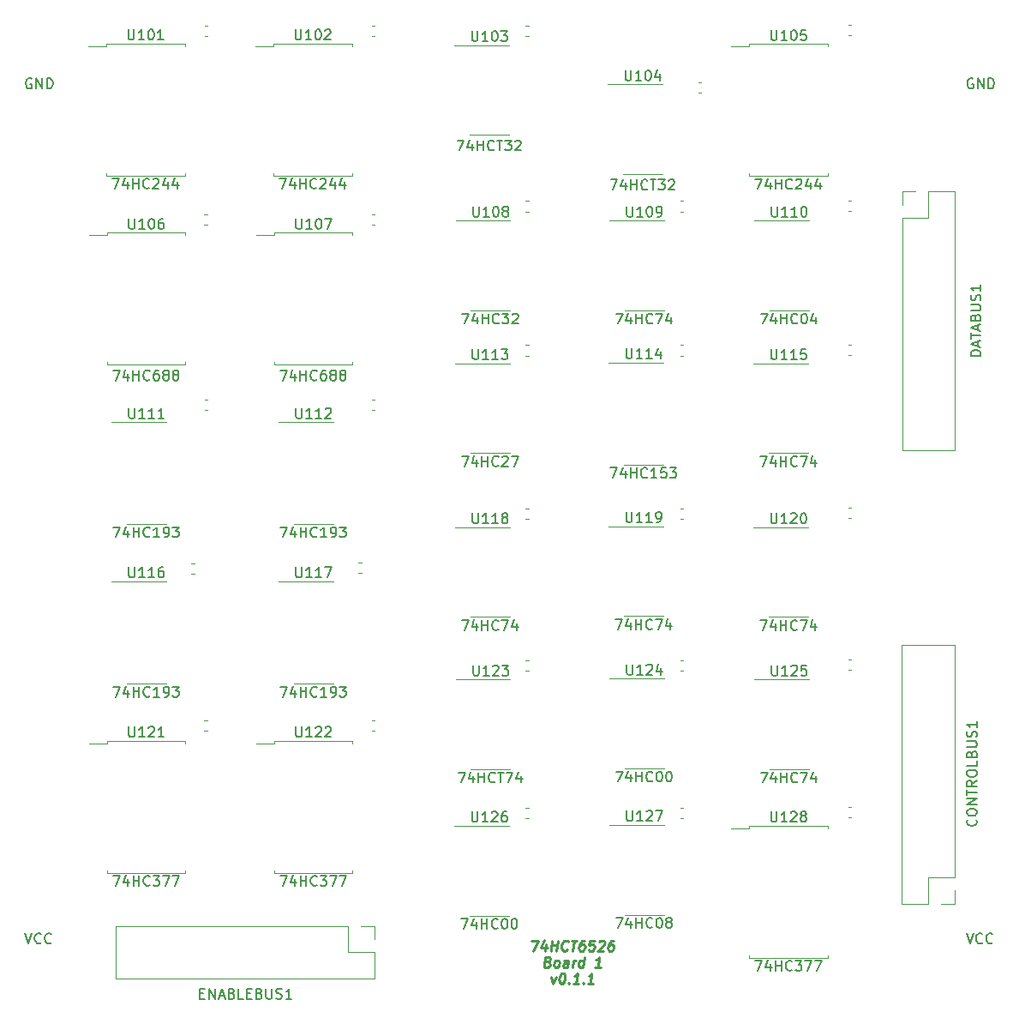
<source format=gbr>
G04 #@! TF.GenerationSoftware,KiCad,Pcbnew,(6.0.5)*
G04 #@! TF.CreationDate,2022-08-31T18:01:14+02:00*
G04 #@! TF.ProjectId,B1,42312e6b-6963-4616-945f-706362585858,rev?*
G04 #@! TF.SameCoordinates,Original*
G04 #@! TF.FileFunction,Legend,Top*
G04 #@! TF.FilePolarity,Positive*
%FSLAX46Y46*%
G04 Gerber Fmt 4.6, Leading zero omitted, Abs format (unit mm)*
G04 Created by KiCad (PCBNEW (6.0.5)) date 2022-08-31 18:01:14*
%MOMM*%
%LPD*%
G01*
G04 APERTURE LIST*
%ADD10C,0.250000*%
%ADD11C,0.150000*%
%ADD12C,0.120000*%
G04 APERTURE END LIST*
D10*
X152070479Y-137626200D02*
X152737146Y-137626200D01*
X152183575Y-138626200D01*
X153505003Y-137959534D02*
X153421670Y-138626200D01*
X153314527Y-137578581D02*
X152987146Y-138292867D01*
X153606194Y-138292867D01*
X153945479Y-138626200D02*
X154070479Y-137626200D01*
X154010955Y-138102391D02*
X154582384Y-138102391D01*
X154516908Y-138626200D02*
X154641908Y-137626200D01*
X155576432Y-138530962D02*
X155522860Y-138578581D01*
X155374051Y-138626200D01*
X155278813Y-138626200D01*
X155141908Y-138578581D01*
X155058575Y-138483343D01*
X155022860Y-138388105D01*
X154999051Y-138197629D01*
X155016908Y-138054772D01*
X155088336Y-137864296D01*
X155147860Y-137769058D01*
X155255003Y-137673820D01*
X155403813Y-137626200D01*
X155499051Y-137626200D01*
X155635955Y-137673820D01*
X155677622Y-137721439D01*
X155975241Y-137626200D02*
X156546670Y-137626200D01*
X156135955Y-138626200D02*
X156260955Y-137626200D01*
X157308575Y-137626200D02*
X157118098Y-137626200D01*
X157016908Y-137673820D01*
X156963336Y-137721439D01*
X156850241Y-137864296D01*
X156778813Y-138054772D01*
X156731194Y-138435724D01*
X156766908Y-138530962D01*
X156808575Y-138578581D01*
X156897860Y-138626200D01*
X157088336Y-138626200D01*
X157189527Y-138578581D01*
X157243098Y-138530962D01*
X157302622Y-138435724D01*
X157332384Y-138197629D01*
X157296670Y-138102391D01*
X157255003Y-138054772D01*
X157165717Y-138007153D01*
X156975241Y-138007153D01*
X156874051Y-138054772D01*
X156820479Y-138102391D01*
X156760955Y-138197629D01*
X158308575Y-137626200D02*
X157832384Y-137626200D01*
X157725241Y-138102391D01*
X157778813Y-138054772D01*
X157880003Y-138007153D01*
X158118098Y-138007153D01*
X158207384Y-138054772D01*
X158249051Y-138102391D01*
X158284765Y-138197629D01*
X158255003Y-138435724D01*
X158195479Y-138530962D01*
X158141908Y-138578581D01*
X158040717Y-138626200D01*
X157802622Y-138626200D01*
X157713336Y-138578581D01*
X157671670Y-138530962D01*
X158725241Y-137721439D02*
X158778813Y-137673820D01*
X158880003Y-137626200D01*
X159118098Y-137626200D01*
X159207384Y-137673820D01*
X159249051Y-137721439D01*
X159284765Y-137816677D01*
X159272860Y-137911915D01*
X159207384Y-138054772D01*
X158564527Y-138626200D01*
X159183575Y-138626200D01*
X160165717Y-137626200D02*
X159975241Y-137626200D01*
X159874051Y-137673820D01*
X159820479Y-137721439D01*
X159707384Y-137864296D01*
X159635955Y-138054772D01*
X159588336Y-138435724D01*
X159624051Y-138530962D01*
X159665717Y-138578581D01*
X159755003Y-138626200D01*
X159945479Y-138626200D01*
X160046670Y-138578581D01*
X160100241Y-138530962D01*
X160159765Y-138435724D01*
X160189527Y-138197629D01*
X160153813Y-138102391D01*
X160112146Y-138054772D01*
X160022860Y-138007153D01*
X159832384Y-138007153D01*
X159731194Y-138054772D01*
X159677622Y-138102391D01*
X159618098Y-138197629D01*
X153677622Y-139712391D02*
X153814527Y-139760010D01*
X153856194Y-139807629D01*
X153891908Y-139902867D01*
X153874051Y-140045724D01*
X153814527Y-140140962D01*
X153760955Y-140188581D01*
X153659765Y-140236200D01*
X153278813Y-140236200D01*
X153403813Y-139236200D01*
X153737146Y-139236200D01*
X153826432Y-139283820D01*
X153868098Y-139331439D01*
X153903813Y-139426677D01*
X153891908Y-139521915D01*
X153832384Y-139617153D01*
X153778813Y-139664772D01*
X153677622Y-139712391D01*
X153344289Y-139712391D01*
X154421670Y-140236200D02*
X154332384Y-140188581D01*
X154290717Y-140140962D01*
X154255003Y-140045724D01*
X154290717Y-139760010D01*
X154350241Y-139664772D01*
X154403813Y-139617153D01*
X154505003Y-139569534D01*
X154647860Y-139569534D01*
X154737146Y-139617153D01*
X154778813Y-139664772D01*
X154814527Y-139760010D01*
X154778813Y-140045724D01*
X154719289Y-140140962D01*
X154665717Y-140188581D01*
X154564527Y-140236200D01*
X154421670Y-140236200D01*
X155612146Y-140236200D02*
X155677622Y-139712391D01*
X155641908Y-139617153D01*
X155552622Y-139569534D01*
X155362146Y-139569534D01*
X155260955Y-139617153D01*
X155618098Y-140188581D02*
X155516908Y-140236200D01*
X155278813Y-140236200D01*
X155189527Y-140188581D01*
X155153813Y-140093343D01*
X155165717Y-139998105D01*
X155225241Y-139902867D01*
X155326432Y-139855248D01*
X155564527Y-139855248D01*
X155665717Y-139807629D01*
X156088336Y-140236200D02*
X156171670Y-139569534D01*
X156147860Y-139760010D02*
X156207384Y-139664772D01*
X156260955Y-139617153D01*
X156362146Y-139569534D01*
X156457384Y-139569534D01*
X157135955Y-140236200D02*
X157260955Y-139236200D01*
X157141908Y-140188581D02*
X157040717Y-140236200D01*
X156850241Y-140236200D01*
X156760955Y-140188581D01*
X156719289Y-140140962D01*
X156683575Y-140045724D01*
X156719289Y-139760010D01*
X156778813Y-139664772D01*
X156832384Y-139617153D01*
X156933575Y-139569534D01*
X157124051Y-139569534D01*
X157213336Y-139617153D01*
X158897860Y-140236200D02*
X158326432Y-140236200D01*
X158612146Y-140236200D02*
X158737146Y-139236200D01*
X158624051Y-139379058D01*
X158516908Y-139474296D01*
X158415717Y-139521915D01*
X154005003Y-141179534D02*
X154159765Y-141846200D01*
X154481194Y-141179534D01*
X155094289Y-140846200D02*
X155189527Y-140846200D01*
X155278813Y-140893820D01*
X155320479Y-140941439D01*
X155356194Y-141036677D01*
X155380003Y-141227153D01*
X155350241Y-141465248D01*
X155278813Y-141655724D01*
X155219289Y-141750962D01*
X155165717Y-141798581D01*
X155064527Y-141846200D01*
X154969289Y-141846200D01*
X154880003Y-141798581D01*
X154838336Y-141750962D01*
X154802622Y-141655724D01*
X154778813Y-141465248D01*
X154808575Y-141227153D01*
X154880003Y-141036677D01*
X154939527Y-140941439D01*
X154993098Y-140893820D01*
X155094289Y-140846200D01*
X155743098Y-141750962D02*
X155784765Y-141798581D01*
X155731194Y-141846200D01*
X155689527Y-141798581D01*
X155743098Y-141750962D01*
X155731194Y-141846200D01*
X156731194Y-141846200D02*
X156159765Y-141846200D01*
X156445479Y-141846200D02*
X156570479Y-140846200D01*
X156457384Y-140989058D01*
X156350241Y-141084296D01*
X156249051Y-141131915D01*
X157171670Y-141750962D02*
X157213336Y-141798581D01*
X157159765Y-141846200D01*
X157118098Y-141798581D01*
X157171670Y-141750962D01*
X157159765Y-141846200D01*
X158159765Y-141846200D02*
X157588336Y-141846200D01*
X157874051Y-141846200D02*
X157999051Y-140846200D01*
X157885955Y-140989058D01*
X157778813Y-141084296D01*
X157677622Y-141131915D01*
D11*
X161412134Y-79147980D02*
X161412134Y-79957504D01*
X161459753Y-80052742D01*
X161507372Y-80100361D01*
X161602610Y-80147980D01*
X161793086Y-80147980D01*
X161888324Y-80100361D01*
X161935943Y-80052742D01*
X161983562Y-79957504D01*
X161983562Y-79147980D01*
X162983562Y-80147980D02*
X162412134Y-80147980D01*
X162697848Y-80147980D02*
X162697848Y-79147980D01*
X162602610Y-79290838D01*
X162507372Y-79386076D01*
X162412134Y-79433695D01*
X163935943Y-80147980D02*
X163364515Y-80147980D01*
X163650229Y-80147980D02*
X163650229Y-79147980D01*
X163554991Y-79290838D01*
X163459753Y-79386076D01*
X163364515Y-79433695D01*
X164793086Y-79481314D02*
X164793086Y-80147980D01*
X164554991Y-79100361D02*
X164316896Y-79814647D01*
X164935943Y-79814647D01*
X159864515Y-90947980D02*
X160531181Y-90947980D01*
X160102610Y-91947980D01*
X161340705Y-91281314D02*
X161340705Y-91947980D01*
X161102610Y-90900361D02*
X160864515Y-91614647D01*
X161483562Y-91614647D01*
X161864515Y-91947980D02*
X161864515Y-90947980D01*
X161864515Y-91424171D02*
X162435943Y-91424171D01*
X162435943Y-91947980D02*
X162435943Y-90947980D01*
X163483562Y-91852742D02*
X163435943Y-91900361D01*
X163293086Y-91947980D01*
X163197848Y-91947980D01*
X163054991Y-91900361D01*
X162959753Y-91805123D01*
X162912134Y-91709885D01*
X162864515Y-91519409D01*
X162864515Y-91376552D01*
X162912134Y-91186076D01*
X162959753Y-91090838D01*
X163054991Y-90995600D01*
X163197848Y-90947980D01*
X163293086Y-90947980D01*
X163435943Y-90995600D01*
X163483562Y-91043219D01*
X164435943Y-91947980D02*
X163864515Y-91947980D01*
X164150229Y-91947980D02*
X164150229Y-90947980D01*
X164054991Y-91090838D01*
X163959753Y-91186076D01*
X163864515Y-91233695D01*
X165340705Y-90947980D02*
X164864515Y-90947980D01*
X164816896Y-91424171D01*
X164864515Y-91376552D01*
X164959753Y-91328933D01*
X165197848Y-91328933D01*
X165293086Y-91376552D01*
X165340705Y-91424171D01*
X165388324Y-91519409D01*
X165388324Y-91757504D01*
X165340705Y-91852742D01*
X165293086Y-91900361D01*
X165197848Y-91947980D01*
X164959753Y-91947980D01*
X164864515Y-91900361D01*
X164816896Y-91852742D01*
X165721658Y-90947980D02*
X166340705Y-90947980D01*
X166007372Y-91328933D01*
X166150229Y-91328933D01*
X166245467Y-91376552D01*
X166293086Y-91424171D01*
X166340705Y-91519409D01*
X166340705Y-91757504D01*
X166293086Y-91852742D01*
X166245467Y-91900361D01*
X166150229Y-91947980D01*
X165864515Y-91947980D01*
X165769277Y-91900361D01*
X165721658Y-91852742D01*
X112272125Y-85050380D02*
X112272125Y-85859904D01*
X112319744Y-85955142D01*
X112367363Y-86002761D01*
X112462601Y-86050380D01*
X112653077Y-86050380D01*
X112748315Y-86002761D01*
X112795934Y-85955142D01*
X112843553Y-85859904D01*
X112843553Y-85050380D01*
X113843553Y-86050380D02*
X113272125Y-86050380D01*
X113557839Y-86050380D02*
X113557839Y-85050380D01*
X113462601Y-85193238D01*
X113367363Y-85288476D01*
X113272125Y-85336095D01*
X114795934Y-86050380D02*
X114224506Y-86050380D01*
X114510220Y-86050380D02*
X114510220Y-85050380D01*
X114414982Y-85193238D01*
X114319744Y-85288476D01*
X114224506Y-85336095D01*
X115748315Y-86050380D02*
X115176887Y-86050380D01*
X115462601Y-86050380D02*
X115462601Y-85050380D01*
X115367363Y-85193238D01*
X115272125Y-85288476D01*
X115176887Y-85336095D01*
X110724506Y-96806580D02*
X111391172Y-96806580D01*
X110962601Y-97806580D01*
X112200696Y-97139914D02*
X112200696Y-97806580D01*
X111962601Y-96758961D02*
X111724506Y-97473247D01*
X112343553Y-97473247D01*
X112724506Y-97806580D02*
X112724506Y-96806580D01*
X112724506Y-97282771D02*
X113295934Y-97282771D01*
X113295934Y-97806580D02*
X113295934Y-96806580D01*
X114343553Y-97711342D02*
X114295934Y-97758961D01*
X114153077Y-97806580D01*
X114057839Y-97806580D01*
X113914982Y-97758961D01*
X113819744Y-97663723D01*
X113772125Y-97568485D01*
X113724506Y-97378009D01*
X113724506Y-97235152D01*
X113772125Y-97044676D01*
X113819744Y-96949438D01*
X113914982Y-96854200D01*
X114057839Y-96806580D01*
X114153077Y-96806580D01*
X114295934Y-96854200D01*
X114343553Y-96901819D01*
X115295934Y-97806580D02*
X114724506Y-97806580D01*
X115010220Y-97806580D02*
X115010220Y-96806580D01*
X114914982Y-96949438D01*
X114819744Y-97044676D01*
X114724506Y-97092295D01*
X115772125Y-97806580D02*
X115962601Y-97806580D01*
X116057839Y-97758961D01*
X116105458Y-97711342D01*
X116200696Y-97568485D01*
X116248315Y-97378009D01*
X116248315Y-96997057D01*
X116200696Y-96901819D01*
X116153077Y-96854200D01*
X116057839Y-96806580D01*
X115867363Y-96806580D01*
X115772125Y-96854200D01*
X115724506Y-96901819D01*
X115676887Y-96997057D01*
X115676887Y-97235152D01*
X115724506Y-97330390D01*
X115772125Y-97378009D01*
X115867363Y-97425628D01*
X116057839Y-97425628D01*
X116153077Y-97378009D01*
X116200696Y-97330390D01*
X116248315Y-97235152D01*
X116581649Y-96806580D02*
X117200696Y-96806580D01*
X116867363Y-97187533D01*
X117010220Y-97187533D01*
X117105458Y-97235152D01*
X117153077Y-97282771D01*
X117200696Y-97378009D01*
X117200696Y-97616104D01*
X117153077Y-97711342D01*
X117105458Y-97758961D01*
X117010220Y-97806580D01*
X116724506Y-97806580D01*
X116629268Y-97758961D01*
X116581649Y-97711342D01*
X128782125Y-66354080D02*
X128782125Y-67163604D01*
X128829744Y-67258842D01*
X128877363Y-67306461D01*
X128972601Y-67354080D01*
X129163077Y-67354080D01*
X129258315Y-67306461D01*
X129305934Y-67258842D01*
X129353553Y-67163604D01*
X129353553Y-66354080D01*
X130353553Y-67354080D02*
X129782125Y-67354080D01*
X130067839Y-67354080D02*
X130067839Y-66354080D01*
X129972601Y-66496938D01*
X129877363Y-66592176D01*
X129782125Y-66639795D01*
X130972601Y-66354080D02*
X131067839Y-66354080D01*
X131163077Y-66401700D01*
X131210696Y-66449319D01*
X131258315Y-66544557D01*
X131305934Y-66735033D01*
X131305934Y-66973128D01*
X131258315Y-67163604D01*
X131210696Y-67258842D01*
X131163077Y-67306461D01*
X131067839Y-67354080D01*
X130972601Y-67354080D01*
X130877363Y-67306461D01*
X130829744Y-67258842D01*
X130782125Y-67163604D01*
X130734506Y-66973128D01*
X130734506Y-66735033D01*
X130782125Y-66544557D01*
X130829744Y-66449319D01*
X130877363Y-66401700D01*
X130972601Y-66354080D01*
X131639268Y-66354080D02*
X132305934Y-66354080D01*
X131877363Y-67354080D01*
X127217895Y-81316580D02*
X127884561Y-81316580D01*
X127455990Y-82316580D01*
X128694085Y-81649914D02*
X128694085Y-82316580D01*
X128455990Y-81268961D02*
X128217895Y-81983247D01*
X128836942Y-81983247D01*
X129217895Y-82316580D02*
X129217895Y-81316580D01*
X129217895Y-81792771D02*
X129789323Y-81792771D01*
X129789323Y-82316580D02*
X129789323Y-81316580D01*
X130836942Y-82221342D02*
X130789323Y-82268961D01*
X130646466Y-82316580D01*
X130551228Y-82316580D01*
X130408371Y-82268961D01*
X130313133Y-82173723D01*
X130265514Y-82078485D01*
X130217895Y-81888009D01*
X130217895Y-81745152D01*
X130265514Y-81554676D01*
X130313133Y-81459438D01*
X130408371Y-81364200D01*
X130551228Y-81316580D01*
X130646466Y-81316580D01*
X130789323Y-81364200D01*
X130836942Y-81411819D01*
X131694085Y-81316580D02*
X131503609Y-81316580D01*
X131408371Y-81364200D01*
X131360752Y-81411819D01*
X131265514Y-81554676D01*
X131217895Y-81745152D01*
X131217895Y-82126104D01*
X131265514Y-82221342D01*
X131313133Y-82268961D01*
X131408371Y-82316580D01*
X131598847Y-82316580D01*
X131694085Y-82268961D01*
X131741704Y-82221342D01*
X131789323Y-82126104D01*
X131789323Y-81888009D01*
X131741704Y-81792771D01*
X131694085Y-81745152D01*
X131598847Y-81697533D01*
X131408371Y-81697533D01*
X131313133Y-81745152D01*
X131265514Y-81792771D01*
X131217895Y-81888009D01*
X132360752Y-81745152D02*
X132265514Y-81697533D01*
X132217895Y-81649914D01*
X132170276Y-81554676D01*
X132170276Y-81507057D01*
X132217895Y-81411819D01*
X132265514Y-81364200D01*
X132360752Y-81316580D01*
X132551228Y-81316580D01*
X132646466Y-81364200D01*
X132694085Y-81411819D01*
X132741704Y-81507057D01*
X132741704Y-81554676D01*
X132694085Y-81649914D01*
X132646466Y-81697533D01*
X132551228Y-81745152D01*
X132360752Y-81745152D01*
X132265514Y-81792771D01*
X132217895Y-81840390D01*
X132170276Y-81935628D01*
X132170276Y-82126104D01*
X132217895Y-82221342D01*
X132265514Y-82268961D01*
X132360752Y-82316580D01*
X132551228Y-82316580D01*
X132646466Y-82268961D01*
X132694085Y-82221342D01*
X132741704Y-82126104D01*
X132741704Y-81935628D01*
X132694085Y-81840390D01*
X132646466Y-81792771D01*
X132551228Y-81745152D01*
X133313133Y-81745152D02*
X133217895Y-81697533D01*
X133170276Y-81649914D01*
X133122657Y-81554676D01*
X133122657Y-81507057D01*
X133170276Y-81411819D01*
X133217895Y-81364200D01*
X133313133Y-81316580D01*
X133503609Y-81316580D01*
X133598847Y-81364200D01*
X133646466Y-81411819D01*
X133694085Y-81507057D01*
X133694085Y-81554676D01*
X133646466Y-81649914D01*
X133598847Y-81697533D01*
X133503609Y-81745152D01*
X133313133Y-81745152D01*
X133217895Y-81792771D01*
X133170276Y-81840390D01*
X133122657Y-81935628D01*
X133122657Y-82126104D01*
X133170276Y-82221342D01*
X133217895Y-82268961D01*
X133313133Y-82316580D01*
X133503609Y-82316580D01*
X133598847Y-82268961D01*
X133646466Y-82221342D01*
X133694085Y-82126104D01*
X133694085Y-81935628D01*
X133646466Y-81840390D01*
X133598847Y-81792771D01*
X133503609Y-81745152D01*
X175772125Y-110455454D02*
X175772125Y-111264978D01*
X175819744Y-111360216D01*
X175867363Y-111407835D01*
X175962601Y-111455454D01*
X176153077Y-111455454D01*
X176248315Y-111407835D01*
X176295934Y-111360216D01*
X176343553Y-111264978D01*
X176343553Y-110455454D01*
X177343553Y-111455454D02*
X176772125Y-111455454D01*
X177057839Y-111455454D02*
X177057839Y-110455454D01*
X176962601Y-110598312D01*
X176867363Y-110693550D01*
X176772125Y-110741169D01*
X177724506Y-110550693D02*
X177772125Y-110503074D01*
X177867363Y-110455454D01*
X178105458Y-110455454D01*
X178200696Y-110503074D01*
X178248315Y-110550693D01*
X178295934Y-110645931D01*
X178295934Y-110741169D01*
X178248315Y-110884026D01*
X177676887Y-111455454D01*
X178295934Y-111455454D01*
X179200696Y-110455454D02*
X178724506Y-110455454D01*
X178676887Y-110931645D01*
X178724506Y-110884026D01*
X178819744Y-110836407D01*
X179057839Y-110836407D01*
X179153077Y-110884026D01*
X179200696Y-110931645D01*
X179248315Y-111026883D01*
X179248315Y-111264978D01*
X179200696Y-111360216D01*
X179153077Y-111407835D01*
X179057839Y-111455454D01*
X178819744Y-111455454D01*
X178724506Y-111407835D01*
X178676887Y-111360216D01*
X174700696Y-121015454D02*
X175367363Y-121015454D01*
X174938791Y-122015454D01*
X176176887Y-121348788D02*
X176176887Y-122015454D01*
X175938791Y-120967835D02*
X175700696Y-121682121D01*
X176319744Y-121682121D01*
X176700696Y-122015454D02*
X176700696Y-121015454D01*
X176700696Y-121491645D02*
X177272125Y-121491645D01*
X177272125Y-122015454D02*
X177272125Y-121015454D01*
X178319744Y-121920216D02*
X178272125Y-121967835D01*
X178129268Y-122015454D01*
X178034030Y-122015454D01*
X177891172Y-121967835D01*
X177795934Y-121872597D01*
X177748315Y-121777359D01*
X177700696Y-121586883D01*
X177700696Y-121444026D01*
X177748315Y-121253550D01*
X177795934Y-121158312D01*
X177891172Y-121063074D01*
X178034030Y-121015454D01*
X178129268Y-121015454D01*
X178272125Y-121063074D01*
X178319744Y-121110693D01*
X178653077Y-121015454D02*
X179319744Y-121015454D01*
X178891172Y-122015454D01*
X180129268Y-121348788D02*
X180129268Y-122015454D01*
X179891172Y-120967835D02*
X179653077Y-121682121D01*
X180272125Y-121682121D01*
X195663095Y-52550000D02*
X195567857Y-52502380D01*
X195425000Y-52502380D01*
X195282142Y-52550000D01*
X195186904Y-52645238D01*
X195139285Y-52740476D01*
X195091666Y-52930952D01*
X195091666Y-53073809D01*
X195139285Y-53264285D01*
X195186904Y-53359523D01*
X195282142Y-53454761D01*
X195425000Y-53502380D01*
X195520238Y-53502380D01*
X195663095Y-53454761D01*
X195710714Y-53407142D01*
X195710714Y-53073809D01*
X195520238Y-53073809D01*
X196139285Y-53502380D02*
X196139285Y-52502380D01*
X196710714Y-53502380D01*
X196710714Y-52502380D01*
X197186904Y-53502380D02*
X197186904Y-52502380D01*
X197425000Y-52502380D01*
X197567857Y-52550000D01*
X197663095Y-52645238D01*
X197710714Y-52740476D01*
X197758333Y-52930952D01*
X197758333Y-53073809D01*
X197710714Y-53264285D01*
X197663095Y-53359523D01*
X197567857Y-53454761D01*
X197425000Y-53502380D01*
X197186904Y-53502380D01*
X175721325Y-47728380D02*
X175721325Y-48537904D01*
X175768944Y-48633142D01*
X175816563Y-48680761D01*
X175911801Y-48728380D01*
X176102277Y-48728380D01*
X176197515Y-48680761D01*
X176245134Y-48633142D01*
X176292753Y-48537904D01*
X176292753Y-47728380D01*
X177292753Y-48728380D02*
X176721325Y-48728380D01*
X177007039Y-48728380D02*
X177007039Y-47728380D01*
X176911801Y-47871238D01*
X176816563Y-47966476D01*
X176721325Y-48014095D01*
X177911801Y-47728380D02*
X178007039Y-47728380D01*
X178102277Y-47776000D01*
X178149896Y-47823619D01*
X178197515Y-47918857D01*
X178245134Y-48109333D01*
X178245134Y-48347428D01*
X178197515Y-48537904D01*
X178149896Y-48633142D01*
X178102277Y-48680761D01*
X178007039Y-48728380D01*
X177911801Y-48728380D01*
X177816563Y-48680761D01*
X177768944Y-48633142D01*
X177721325Y-48537904D01*
X177673706Y-48347428D01*
X177673706Y-48109333D01*
X177721325Y-47918857D01*
X177768944Y-47823619D01*
X177816563Y-47776000D01*
X177911801Y-47728380D01*
X179149896Y-47728380D02*
X178673706Y-47728380D01*
X178626087Y-48204571D01*
X178673706Y-48156952D01*
X178768944Y-48109333D01*
X179007039Y-48109333D01*
X179102277Y-48156952D01*
X179149896Y-48204571D01*
X179197515Y-48299809D01*
X179197515Y-48537904D01*
X179149896Y-48633142D01*
X179102277Y-48680761D01*
X179007039Y-48728380D01*
X178768944Y-48728380D01*
X178673706Y-48680761D01*
X178626087Y-48633142D01*
X174173706Y-62428380D02*
X174840372Y-62428380D01*
X174411801Y-63428380D01*
X175649896Y-62761714D02*
X175649896Y-63428380D01*
X175411801Y-62380761D02*
X175173706Y-63095047D01*
X175792753Y-63095047D01*
X176173706Y-63428380D02*
X176173706Y-62428380D01*
X176173706Y-62904571D02*
X176745134Y-62904571D01*
X176745134Y-63428380D02*
X176745134Y-62428380D01*
X177792753Y-63333142D02*
X177745134Y-63380761D01*
X177602277Y-63428380D01*
X177507039Y-63428380D01*
X177364182Y-63380761D01*
X177268944Y-63285523D01*
X177221325Y-63190285D01*
X177173706Y-62999809D01*
X177173706Y-62856952D01*
X177221325Y-62666476D01*
X177268944Y-62571238D01*
X177364182Y-62476000D01*
X177507039Y-62428380D01*
X177602277Y-62428380D01*
X177745134Y-62476000D01*
X177792753Y-62523619D01*
X178173706Y-62523619D02*
X178221325Y-62476000D01*
X178316563Y-62428380D01*
X178554658Y-62428380D01*
X178649896Y-62476000D01*
X178697515Y-62523619D01*
X178745134Y-62618857D01*
X178745134Y-62714095D01*
X178697515Y-62856952D01*
X178126087Y-63428380D01*
X178745134Y-63428380D01*
X179602277Y-62761714D02*
X179602277Y-63428380D01*
X179364182Y-62380761D02*
X179126087Y-63095047D01*
X179745134Y-63095047D01*
X180554658Y-62761714D02*
X180554658Y-63428380D01*
X180316563Y-62380761D02*
X180078468Y-63095047D01*
X180697515Y-63095047D01*
X102663095Y-52550000D02*
X102567857Y-52502380D01*
X102425000Y-52502380D01*
X102282142Y-52550000D01*
X102186904Y-52645238D01*
X102139285Y-52740476D01*
X102091666Y-52930952D01*
X102091666Y-53073809D01*
X102139285Y-53264285D01*
X102186904Y-53359523D01*
X102282142Y-53454761D01*
X102425000Y-53502380D01*
X102520238Y-53502380D01*
X102663095Y-53454761D01*
X102710714Y-53407142D01*
X102710714Y-53073809D01*
X102520238Y-53073809D01*
X103139285Y-53502380D02*
X103139285Y-52502380D01*
X103710714Y-53502380D01*
X103710714Y-52502380D01*
X104186904Y-53502380D02*
X104186904Y-52502380D01*
X104425000Y-52502380D01*
X104567857Y-52550000D01*
X104663095Y-52645238D01*
X104710714Y-52740476D01*
X104758333Y-52930952D01*
X104758333Y-53073809D01*
X104710714Y-53264285D01*
X104663095Y-53359523D01*
X104567857Y-53454761D01*
X104425000Y-53502380D01*
X104186904Y-53502380D01*
X128782125Y-85050380D02*
X128782125Y-85859904D01*
X128829744Y-85955142D01*
X128877363Y-86002761D01*
X128972601Y-86050380D01*
X129163077Y-86050380D01*
X129258315Y-86002761D01*
X129305934Y-85955142D01*
X129353553Y-85859904D01*
X129353553Y-85050380D01*
X130353553Y-86050380D02*
X129782125Y-86050380D01*
X130067839Y-86050380D02*
X130067839Y-85050380D01*
X129972601Y-85193238D01*
X129877363Y-85288476D01*
X129782125Y-85336095D01*
X131305934Y-86050380D02*
X130734506Y-86050380D01*
X131020220Y-86050380D02*
X131020220Y-85050380D01*
X130924982Y-85193238D01*
X130829744Y-85288476D01*
X130734506Y-85336095D01*
X131686887Y-85145619D02*
X131734506Y-85098000D01*
X131829744Y-85050380D01*
X132067839Y-85050380D01*
X132163077Y-85098000D01*
X132210696Y-85145619D01*
X132258315Y-85240857D01*
X132258315Y-85336095D01*
X132210696Y-85478952D01*
X131639268Y-86050380D01*
X132258315Y-86050380D01*
X127234506Y-96806580D02*
X127901172Y-96806580D01*
X127472601Y-97806580D01*
X128710696Y-97139914D02*
X128710696Y-97806580D01*
X128472601Y-96758961D02*
X128234506Y-97473247D01*
X128853553Y-97473247D01*
X129234506Y-97806580D02*
X129234506Y-96806580D01*
X129234506Y-97282771D02*
X129805934Y-97282771D01*
X129805934Y-97806580D02*
X129805934Y-96806580D01*
X130853553Y-97711342D02*
X130805934Y-97758961D01*
X130663077Y-97806580D01*
X130567839Y-97806580D01*
X130424982Y-97758961D01*
X130329744Y-97663723D01*
X130282125Y-97568485D01*
X130234506Y-97378009D01*
X130234506Y-97235152D01*
X130282125Y-97044676D01*
X130329744Y-96949438D01*
X130424982Y-96854200D01*
X130567839Y-96806580D01*
X130663077Y-96806580D01*
X130805934Y-96854200D01*
X130853553Y-96901819D01*
X131805934Y-97806580D02*
X131234506Y-97806580D01*
X131520220Y-97806580D02*
X131520220Y-96806580D01*
X131424982Y-96949438D01*
X131329744Y-97044676D01*
X131234506Y-97092295D01*
X132282125Y-97806580D02*
X132472601Y-97806580D01*
X132567839Y-97758961D01*
X132615458Y-97711342D01*
X132710696Y-97568485D01*
X132758315Y-97378009D01*
X132758315Y-96997057D01*
X132710696Y-96901819D01*
X132663077Y-96854200D01*
X132567839Y-96806580D01*
X132377363Y-96806580D01*
X132282125Y-96854200D01*
X132234506Y-96901819D01*
X132186887Y-96997057D01*
X132186887Y-97235152D01*
X132234506Y-97330390D01*
X132282125Y-97378009D01*
X132377363Y-97425628D01*
X132567839Y-97425628D01*
X132663077Y-97378009D01*
X132710696Y-97330390D01*
X132758315Y-97235152D01*
X133091649Y-96806580D02*
X133710696Y-96806580D01*
X133377363Y-97187533D01*
X133520220Y-97187533D01*
X133615458Y-97235152D01*
X133663077Y-97282771D01*
X133710696Y-97378009D01*
X133710696Y-97616104D01*
X133663077Y-97711342D01*
X133615458Y-97758961D01*
X133520220Y-97806580D01*
X133234506Y-97806580D01*
X133139268Y-97758961D01*
X133091649Y-97711342D01*
X195016666Y-136902380D02*
X195350000Y-137902380D01*
X195683333Y-136902380D01*
X196588095Y-137807142D02*
X196540476Y-137854761D01*
X196397619Y-137902380D01*
X196302380Y-137902380D01*
X196159523Y-137854761D01*
X196064285Y-137759523D01*
X196016666Y-137664285D01*
X195969047Y-137473809D01*
X195969047Y-137330952D01*
X196016666Y-137140476D01*
X196064285Y-137045238D01*
X196159523Y-136950000D01*
X196302380Y-136902380D01*
X196397619Y-136902380D01*
X196540476Y-136950000D01*
X196588095Y-136997619D01*
X197588095Y-137807142D02*
X197540476Y-137854761D01*
X197397619Y-137902380D01*
X197302380Y-137902380D01*
X197159523Y-137854761D01*
X197064285Y-137759523D01*
X197016666Y-137664285D01*
X196969047Y-137473809D01*
X196969047Y-137330952D01*
X197016666Y-137140476D01*
X197064285Y-137045238D01*
X197159523Y-136950000D01*
X197302380Y-136902380D01*
X197397619Y-136902380D01*
X197540476Y-136950000D01*
X197588095Y-136997619D01*
X128782125Y-116511580D02*
X128782125Y-117321104D01*
X128829744Y-117416342D01*
X128877363Y-117463961D01*
X128972601Y-117511580D01*
X129163077Y-117511580D01*
X129258315Y-117463961D01*
X129305934Y-117416342D01*
X129353553Y-117321104D01*
X129353553Y-116511580D01*
X130353553Y-117511580D02*
X129782125Y-117511580D01*
X130067839Y-117511580D02*
X130067839Y-116511580D01*
X129972601Y-116654438D01*
X129877363Y-116749676D01*
X129782125Y-116797295D01*
X130734506Y-116606819D02*
X130782125Y-116559200D01*
X130877363Y-116511580D01*
X131115458Y-116511580D01*
X131210696Y-116559200D01*
X131258315Y-116606819D01*
X131305934Y-116702057D01*
X131305934Y-116797295D01*
X131258315Y-116940152D01*
X130686887Y-117511580D01*
X131305934Y-117511580D01*
X131686887Y-116606819D02*
X131734506Y-116559200D01*
X131829744Y-116511580D01*
X132067839Y-116511580D01*
X132163077Y-116559200D01*
X132210696Y-116606819D01*
X132258315Y-116702057D01*
X132258315Y-116797295D01*
X132210696Y-116940152D01*
X131639268Y-117511580D01*
X132258315Y-117511580D01*
X127234506Y-131211580D02*
X127901172Y-131211580D01*
X127472601Y-132211580D01*
X128710696Y-131544914D02*
X128710696Y-132211580D01*
X128472601Y-131163961D02*
X128234506Y-131878247D01*
X128853553Y-131878247D01*
X129234506Y-132211580D02*
X129234506Y-131211580D01*
X129234506Y-131687771D02*
X129805934Y-131687771D01*
X129805934Y-132211580D02*
X129805934Y-131211580D01*
X130853553Y-132116342D02*
X130805934Y-132163961D01*
X130663077Y-132211580D01*
X130567839Y-132211580D01*
X130424982Y-132163961D01*
X130329744Y-132068723D01*
X130282125Y-131973485D01*
X130234506Y-131783009D01*
X130234506Y-131640152D01*
X130282125Y-131449676D01*
X130329744Y-131354438D01*
X130424982Y-131259200D01*
X130567839Y-131211580D01*
X130663077Y-131211580D01*
X130805934Y-131259200D01*
X130853553Y-131306819D01*
X131186887Y-131211580D02*
X131805934Y-131211580D01*
X131472601Y-131592533D01*
X131615458Y-131592533D01*
X131710696Y-131640152D01*
X131758315Y-131687771D01*
X131805934Y-131783009D01*
X131805934Y-132021104D01*
X131758315Y-132116342D01*
X131710696Y-132163961D01*
X131615458Y-132211580D01*
X131329744Y-132211580D01*
X131234506Y-132163961D01*
X131186887Y-132116342D01*
X132139268Y-131211580D02*
X132805934Y-131211580D01*
X132377363Y-132211580D01*
X133091649Y-131211580D02*
X133758315Y-131211580D01*
X133329744Y-132211580D01*
X161328314Y-51703380D02*
X161328314Y-52512904D01*
X161375933Y-52608142D01*
X161423552Y-52655761D01*
X161518790Y-52703380D01*
X161709266Y-52703380D01*
X161804504Y-52655761D01*
X161852123Y-52608142D01*
X161899742Y-52512904D01*
X161899742Y-51703380D01*
X162899742Y-52703380D02*
X162328314Y-52703380D01*
X162614028Y-52703380D02*
X162614028Y-51703380D01*
X162518790Y-51846238D01*
X162423552Y-51941476D01*
X162328314Y-51989095D01*
X163518790Y-51703380D02*
X163614028Y-51703380D01*
X163709266Y-51751000D01*
X163756885Y-51798619D01*
X163804504Y-51893857D01*
X163852123Y-52084333D01*
X163852123Y-52322428D01*
X163804504Y-52512904D01*
X163756885Y-52608142D01*
X163709266Y-52655761D01*
X163614028Y-52703380D01*
X163518790Y-52703380D01*
X163423552Y-52655761D01*
X163375933Y-52608142D01*
X163328314Y-52512904D01*
X163280695Y-52322428D01*
X163280695Y-52084333D01*
X163328314Y-51893857D01*
X163375933Y-51798619D01*
X163423552Y-51751000D01*
X163518790Y-51703380D01*
X164709266Y-52036714D02*
X164709266Y-52703380D01*
X164471171Y-51655761D02*
X164233076Y-52370047D01*
X164852123Y-52370047D01*
X159875933Y-62496780D02*
X160542600Y-62496780D01*
X160114028Y-63496780D01*
X161352123Y-62830114D02*
X161352123Y-63496780D01*
X161114028Y-62449161D02*
X160875933Y-63163447D01*
X161494980Y-63163447D01*
X161875933Y-63496780D02*
X161875933Y-62496780D01*
X161875933Y-62972971D02*
X162447361Y-62972971D01*
X162447361Y-63496780D02*
X162447361Y-62496780D01*
X163494980Y-63401542D02*
X163447361Y-63449161D01*
X163304504Y-63496780D01*
X163209266Y-63496780D01*
X163066409Y-63449161D01*
X162971171Y-63353923D01*
X162923552Y-63258685D01*
X162875933Y-63068209D01*
X162875933Y-62925352D01*
X162923552Y-62734876D01*
X162971171Y-62639638D01*
X163066409Y-62544400D01*
X163209266Y-62496780D01*
X163304504Y-62496780D01*
X163447361Y-62544400D01*
X163494980Y-62592019D01*
X163780695Y-62496780D02*
X164352123Y-62496780D01*
X164066409Y-63496780D02*
X164066409Y-62496780D01*
X164590219Y-62496780D02*
X165209266Y-62496780D01*
X164875933Y-62877733D01*
X165018790Y-62877733D01*
X165114028Y-62925352D01*
X165161647Y-62972971D01*
X165209266Y-63068209D01*
X165209266Y-63306304D01*
X165161647Y-63401542D01*
X165114028Y-63449161D01*
X165018790Y-63496780D01*
X164733076Y-63496780D01*
X164637838Y-63449161D01*
X164590219Y-63401542D01*
X165590219Y-62592019D02*
X165637838Y-62544400D01*
X165733076Y-62496780D01*
X165971171Y-62496780D01*
X166066409Y-62544400D01*
X166114028Y-62592019D01*
X166161647Y-62687257D01*
X166161647Y-62782495D01*
X166114028Y-62925352D01*
X165542600Y-63496780D01*
X166161647Y-63496780D01*
X196431785Y-79909713D02*
X195431785Y-79909713D01*
X195431785Y-79671618D01*
X195479405Y-79528761D01*
X195574643Y-79433523D01*
X195669881Y-79385903D01*
X195860357Y-79338284D01*
X196003214Y-79338284D01*
X196193690Y-79385903D01*
X196288928Y-79433523D01*
X196384166Y-79528761D01*
X196431785Y-79671618D01*
X196431785Y-79909713D01*
X196146071Y-78957332D02*
X196146071Y-78481142D01*
X196431785Y-79052570D02*
X195431785Y-78719237D01*
X196431785Y-78385903D01*
X195431785Y-78195427D02*
X195431785Y-77623999D01*
X196431785Y-77909713D02*
X195431785Y-77909713D01*
X196146071Y-77338284D02*
X196146071Y-76862094D01*
X196431785Y-77433523D02*
X195431785Y-77100189D01*
X196431785Y-76766856D01*
X195907976Y-76100189D02*
X195955595Y-75957332D01*
X196003214Y-75909713D01*
X196098452Y-75862094D01*
X196241309Y-75862094D01*
X196336547Y-75909713D01*
X196384166Y-75957332D01*
X196431785Y-76052570D01*
X196431785Y-76433523D01*
X195431785Y-76433523D01*
X195431785Y-76100189D01*
X195479405Y-76004951D01*
X195527024Y-75957332D01*
X195622262Y-75909713D01*
X195717500Y-75909713D01*
X195812738Y-75957332D01*
X195860357Y-76004951D01*
X195907976Y-76100189D01*
X195907976Y-76433523D01*
X195431785Y-75433523D02*
X196241309Y-75433523D01*
X196336547Y-75385903D01*
X196384166Y-75338284D01*
X196431785Y-75243046D01*
X196431785Y-75052570D01*
X196384166Y-74957332D01*
X196336547Y-74909713D01*
X196241309Y-74862094D01*
X195431785Y-74862094D01*
X196384166Y-74433523D02*
X196431785Y-74290665D01*
X196431785Y-74052570D01*
X196384166Y-73957332D01*
X196336547Y-73909713D01*
X196241309Y-73862094D01*
X196146071Y-73862094D01*
X196050833Y-73909713D01*
X196003214Y-73957332D01*
X195955595Y-74052570D01*
X195907976Y-74243046D01*
X195860357Y-74338284D01*
X195812738Y-74385903D01*
X195717500Y-74433523D01*
X195622262Y-74433523D01*
X195527024Y-74385903D01*
X195479405Y-74338284D01*
X195431785Y-74243046D01*
X195431785Y-74004951D01*
X195479405Y-73862094D01*
X196431785Y-72909713D02*
X196431785Y-73481142D01*
X196431785Y-73195427D02*
X195431785Y-73195427D01*
X195574643Y-73290665D01*
X195669881Y-73385903D01*
X195717500Y-73481142D01*
X175772125Y-65160559D02*
X175772125Y-65970083D01*
X175819744Y-66065321D01*
X175867363Y-66112940D01*
X175962601Y-66160559D01*
X176153077Y-66160559D01*
X176248315Y-66112940D01*
X176295934Y-66065321D01*
X176343553Y-65970083D01*
X176343553Y-65160559D01*
X177343553Y-66160559D02*
X176772125Y-66160559D01*
X177057839Y-66160559D02*
X177057839Y-65160559D01*
X176962601Y-65303417D01*
X176867363Y-65398655D01*
X176772125Y-65446274D01*
X178295934Y-66160559D02*
X177724506Y-66160559D01*
X178010220Y-66160559D02*
X178010220Y-65160559D01*
X177914982Y-65303417D01*
X177819744Y-65398655D01*
X177724506Y-65446274D01*
X178914982Y-65160559D02*
X179010220Y-65160559D01*
X179105458Y-65208179D01*
X179153077Y-65255798D01*
X179200696Y-65351036D01*
X179248315Y-65541512D01*
X179248315Y-65779607D01*
X179200696Y-65970083D01*
X179153077Y-66065321D01*
X179105458Y-66112940D01*
X179010220Y-66160559D01*
X178914982Y-66160559D01*
X178819744Y-66112940D01*
X178772125Y-66065321D01*
X178724506Y-65970083D01*
X178676887Y-65779607D01*
X178676887Y-65541512D01*
X178724506Y-65351036D01*
X178772125Y-65255798D01*
X178819744Y-65208179D01*
X178914982Y-65160559D01*
X174700696Y-75720559D02*
X175367363Y-75720559D01*
X174938791Y-76720559D01*
X176176887Y-76053893D02*
X176176887Y-76720559D01*
X175938791Y-75672940D02*
X175700696Y-76387226D01*
X176319744Y-76387226D01*
X176700696Y-76720559D02*
X176700696Y-75720559D01*
X176700696Y-76196750D02*
X177272125Y-76196750D01*
X177272125Y-76720559D02*
X177272125Y-75720559D01*
X178319744Y-76625321D02*
X178272125Y-76672940D01*
X178129268Y-76720559D01*
X178034030Y-76720559D01*
X177891172Y-76672940D01*
X177795934Y-76577702D01*
X177748315Y-76482464D01*
X177700696Y-76291988D01*
X177700696Y-76149131D01*
X177748315Y-75958655D01*
X177795934Y-75863417D01*
X177891172Y-75768179D01*
X178034030Y-75720559D01*
X178129268Y-75720559D01*
X178272125Y-75768179D01*
X178319744Y-75815798D01*
X178938791Y-75720559D02*
X179034030Y-75720559D01*
X179129268Y-75768179D01*
X179176887Y-75815798D01*
X179224506Y-75911036D01*
X179272125Y-76101512D01*
X179272125Y-76339607D01*
X179224506Y-76530083D01*
X179176887Y-76625321D01*
X179129268Y-76672940D01*
X179034030Y-76720559D01*
X178938791Y-76720559D01*
X178843553Y-76672940D01*
X178795934Y-76625321D01*
X178748315Y-76530083D01*
X178700696Y-76339607D01*
X178700696Y-76101512D01*
X178748315Y-75911036D01*
X178795934Y-75815798D01*
X178843553Y-75768179D01*
X178938791Y-75720559D01*
X180129268Y-76053893D02*
X180129268Y-76720559D01*
X179891172Y-75672940D02*
X179653077Y-76387226D01*
X180272125Y-76387226D01*
X175721325Y-95416780D02*
X175721325Y-96226304D01*
X175768944Y-96321542D01*
X175816563Y-96369161D01*
X175911801Y-96416780D01*
X176102277Y-96416780D01*
X176197515Y-96369161D01*
X176245134Y-96321542D01*
X176292753Y-96226304D01*
X176292753Y-95416780D01*
X177292753Y-96416780D02*
X176721325Y-96416780D01*
X177007039Y-96416780D02*
X177007039Y-95416780D01*
X176911801Y-95559638D01*
X176816563Y-95654876D01*
X176721325Y-95702495D01*
X177673706Y-95512019D02*
X177721325Y-95464400D01*
X177816563Y-95416780D01*
X178054658Y-95416780D01*
X178149896Y-95464400D01*
X178197515Y-95512019D01*
X178245134Y-95607257D01*
X178245134Y-95702495D01*
X178197515Y-95845352D01*
X177626087Y-96416780D01*
X178245134Y-96416780D01*
X178864182Y-95416780D02*
X178959420Y-95416780D01*
X179054658Y-95464400D01*
X179102277Y-95512019D01*
X179149896Y-95607257D01*
X179197515Y-95797733D01*
X179197515Y-96035828D01*
X179149896Y-96226304D01*
X179102277Y-96321542D01*
X179054658Y-96369161D01*
X178959420Y-96416780D01*
X178864182Y-96416780D01*
X178768944Y-96369161D01*
X178721325Y-96321542D01*
X178673706Y-96226304D01*
X178626087Y-96035828D01*
X178626087Y-95797733D01*
X178673706Y-95607257D01*
X178721325Y-95512019D01*
X178768944Y-95464400D01*
X178864182Y-95416780D01*
X174649896Y-105976780D02*
X175316563Y-105976780D01*
X174887991Y-106976780D01*
X176126087Y-106310114D02*
X176126087Y-106976780D01*
X175887991Y-105929161D02*
X175649896Y-106643447D01*
X176268944Y-106643447D01*
X176649896Y-106976780D02*
X176649896Y-105976780D01*
X176649896Y-106452971D02*
X177221325Y-106452971D01*
X177221325Y-106976780D02*
X177221325Y-105976780D01*
X178268944Y-106881542D02*
X178221325Y-106929161D01*
X178078468Y-106976780D01*
X177983230Y-106976780D01*
X177840372Y-106929161D01*
X177745134Y-106833923D01*
X177697515Y-106738685D01*
X177649896Y-106548209D01*
X177649896Y-106405352D01*
X177697515Y-106214876D01*
X177745134Y-106119638D01*
X177840372Y-106024400D01*
X177983230Y-105976780D01*
X178078468Y-105976780D01*
X178221325Y-106024400D01*
X178268944Y-106072019D01*
X178602277Y-105976780D02*
X179268944Y-105976780D01*
X178840372Y-106976780D01*
X180078468Y-106310114D02*
X180078468Y-106976780D01*
X179840372Y-105929161D02*
X179602277Y-106643447D01*
X180221325Y-106643447D01*
X146230295Y-79236980D02*
X146230295Y-80046504D01*
X146277914Y-80141742D01*
X146325533Y-80189361D01*
X146420771Y-80236980D01*
X146611247Y-80236980D01*
X146706485Y-80189361D01*
X146754104Y-80141742D01*
X146801723Y-80046504D01*
X146801723Y-79236980D01*
X147801723Y-80236980D02*
X147230295Y-80236980D01*
X147516009Y-80236980D02*
X147516009Y-79236980D01*
X147420771Y-79379838D01*
X147325533Y-79475076D01*
X147230295Y-79522695D01*
X148754104Y-80236980D02*
X148182676Y-80236980D01*
X148468390Y-80236980D02*
X148468390Y-79236980D01*
X148373152Y-79379838D01*
X148277914Y-79475076D01*
X148182676Y-79522695D01*
X149087438Y-79236980D02*
X149706485Y-79236980D01*
X149373152Y-79617933D01*
X149516009Y-79617933D01*
X149611247Y-79665552D01*
X149658866Y-79713171D01*
X149706485Y-79808409D01*
X149706485Y-80046504D01*
X149658866Y-80141742D01*
X149611247Y-80189361D01*
X149516009Y-80236980D01*
X149230295Y-80236980D01*
X149135057Y-80189361D01*
X149087438Y-80141742D01*
X145158866Y-89796980D02*
X145825533Y-89796980D01*
X145396961Y-90796980D01*
X146635057Y-90130314D02*
X146635057Y-90796980D01*
X146396961Y-89749361D02*
X146158866Y-90463647D01*
X146777914Y-90463647D01*
X147158866Y-90796980D02*
X147158866Y-89796980D01*
X147158866Y-90273171D02*
X147730295Y-90273171D01*
X147730295Y-90796980D02*
X147730295Y-89796980D01*
X148777914Y-90701742D02*
X148730295Y-90749361D01*
X148587438Y-90796980D01*
X148492200Y-90796980D01*
X148349342Y-90749361D01*
X148254104Y-90654123D01*
X148206485Y-90558885D01*
X148158866Y-90368409D01*
X148158866Y-90225552D01*
X148206485Y-90035076D01*
X148254104Y-89939838D01*
X148349342Y-89844600D01*
X148492200Y-89796980D01*
X148587438Y-89796980D01*
X148730295Y-89844600D01*
X148777914Y-89892219D01*
X149158866Y-89892219D02*
X149206485Y-89844600D01*
X149301723Y-89796980D01*
X149539819Y-89796980D01*
X149635057Y-89844600D01*
X149682676Y-89892219D01*
X149730295Y-89987457D01*
X149730295Y-90082695D01*
X149682676Y-90225552D01*
X149111247Y-90796980D01*
X149730295Y-90796980D01*
X150063628Y-89796980D02*
X150730295Y-89796980D01*
X150301723Y-90796980D01*
X161462934Y-65160559D02*
X161462934Y-65970083D01*
X161510553Y-66065321D01*
X161558172Y-66112940D01*
X161653410Y-66160559D01*
X161843886Y-66160559D01*
X161939124Y-66112940D01*
X161986743Y-66065321D01*
X162034362Y-65970083D01*
X162034362Y-65160559D01*
X163034362Y-66160559D02*
X162462934Y-66160559D01*
X162748648Y-66160559D02*
X162748648Y-65160559D01*
X162653410Y-65303417D01*
X162558172Y-65398655D01*
X162462934Y-65446274D01*
X163653410Y-65160559D02*
X163748648Y-65160559D01*
X163843886Y-65208179D01*
X163891505Y-65255798D01*
X163939124Y-65351036D01*
X163986743Y-65541512D01*
X163986743Y-65779607D01*
X163939124Y-65970083D01*
X163891505Y-66065321D01*
X163843886Y-66112940D01*
X163748648Y-66160559D01*
X163653410Y-66160559D01*
X163558172Y-66112940D01*
X163510553Y-66065321D01*
X163462934Y-65970083D01*
X163415315Y-65779607D01*
X163415315Y-65541512D01*
X163462934Y-65351036D01*
X163510553Y-65255798D01*
X163558172Y-65208179D01*
X163653410Y-65160559D01*
X164462934Y-66160559D02*
X164653410Y-66160559D01*
X164748648Y-66112940D01*
X164796267Y-66065321D01*
X164891505Y-65922464D01*
X164939124Y-65731988D01*
X164939124Y-65351036D01*
X164891505Y-65255798D01*
X164843886Y-65208179D01*
X164748648Y-65160559D01*
X164558172Y-65160559D01*
X164462934Y-65208179D01*
X164415315Y-65255798D01*
X164367696Y-65351036D01*
X164367696Y-65589131D01*
X164415315Y-65684369D01*
X164462934Y-65731988D01*
X164558172Y-65779607D01*
X164748648Y-65779607D01*
X164843886Y-65731988D01*
X164891505Y-65684369D01*
X164939124Y-65589131D01*
X160391505Y-75720559D02*
X161058172Y-75720559D01*
X160629600Y-76720559D01*
X161867696Y-76053893D02*
X161867696Y-76720559D01*
X161629600Y-75672940D02*
X161391505Y-76387226D01*
X162010553Y-76387226D01*
X162391505Y-76720559D02*
X162391505Y-75720559D01*
X162391505Y-76196750D02*
X162962934Y-76196750D01*
X162962934Y-76720559D02*
X162962934Y-75720559D01*
X164010553Y-76625321D02*
X163962934Y-76672940D01*
X163820077Y-76720559D01*
X163724839Y-76720559D01*
X163581981Y-76672940D01*
X163486743Y-76577702D01*
X163439124Y-76482464D01*
X163391505Y-76291988D01*
X163391505Y-76149131D01*
X163439124Y-75958655D01*
X163486743Y-75863417D01*
X163581981Y-75768179D01*
X163724839Y-75720559D01*
X163820077Y-75720559D01*
X163962934Y-75768179D01*
X164010553Y-75815798D01*
X164343886Y-75720559D02*
X165010553Y-75720559D01*
X164581981Y-76720559D01*
X165820077Y-76053893D02*
X165820077Y-76720559D01*
X165581981Y-75672940D02*
X165343886Y-76387226D01*
X165962934Y-76387226D01*
X195964009Y-125671782D02*
X196011628Y-125719401D01*
X196059247Y-125862258D01*
X196059247Y-125957496D01*
X196011628Y-126100353D01*
X195916390Y-126195592D01*
X195821152Y-126243211D01*
X195630676Y-126290830D01*
X195487819Y-126290830D01*
X195297343Y-126243211D01*
X195202105Y-126195592D01*
X195106867Y-126100353D01*
X195059247Y-125957496D01*
X195059247Y-125862258D01*
X195106867Y-125719401D01*
X195154486Y-125671782D01*
X195059247Y-125052734D02*
X195059247Y-124862258D01*
X195106867Y-124767020D01*
X195202105Y-124671782D01*
X195392581Y-124624163D01*
X195725914Y-124624163D01*
X195916390Y-124671782D01*
X196011628Y-124767020D01*
X196059247Y-124862258D01*
X196059247Y-125052734D01*
X196011628Y-125147973D01*
X195916390Y-125243211D01*
X195725914Y-125290830D01*
X195392581Y-125290830D01*
X195202105Y-125243211D01*
X195106867Y-125147973D01*
X195059247Y-125052734D01*
X196059247Y-124195592D02*
X195059247Y-124195592D01*
X196059247Y-123624163D01*
X195059247Y-123624163D01*
X195059247Y-123290830D02*
X195059247Y-122719401D01*
X196059247Y-123005115D02*
X195059247Y-123005115D01*
X196059247Y-121814639D02*
X195583057Y-122147973D01*
X196059247Y-122386068D02*
X195059247Y-122386068D01*
X195059247Y-122005115D01*
X195106867Y-121909877D01*
X195154486Y-121862258D01*
X195249724Y-121814639D01*
X195392581Y-121814639D01*
X195487819Y-121862258D01*
X195535438Y-121909877D01*
X195583057Y-122005115D01*
X195583057Y-122386068D01*
X195059247Y-121195592D02*
X195059247Y-121005115D01*
X195106867Y-120909877D01*
X195202105Y-120814639D01*
X195392581Y-120767020D01*
X195725914Y-120767020D01*
X195916390Y-120814639D01*
X196011628Y-120909877D01*
X196059247Y-121005115D01*
X196059247Y-121195592D01*
X196011628Y-121290830D01*
X195916390Y-121386068D01*
X195725914Y-121433687D01*
X195392581Y-121433687D01*
X195202105Y-121386068D01*
X195106867Y-121290830D01*
X195059247Y-121195592D01*
X196059247Y-119862258D02*
X196059247Y-120338449D01*
X195059247Y-120338449D01*
X195535438Y-119195592D02*
X195583057Y-119052734D01*
X195630676Y-119005115D01*
X195725914Y-118957496D01*
X195868771Y-118957496D01*
X195964009Y-119005115D01*
X196011628Y-119052734D01*
X196059247Y-119147973D01*
X196059247Y-119528925D01*
X195059247Y-119528925D01*
X195059247Y-119195592D01*
X195106867Y-119100353D01*
X195154486Y-119052734D01*
X195249724Y-119005115D01*
X195344962Y-119005115D01*
X195440200Y-119052734D01*
X195487819Y-119100353D01*
X195535438Y-119195592D01*
X195535438Y-119528925D01*
X195059247Y-118528925D02*
X195868771Y-118528925D01*
X195964009Y-118481306D01*
X196011628Y-118433687D01*
X196059247Y-118338449D01*
X196059247Y-118147973D01*
X196011628Y-118052734D01*
X195964009Y-118005115D01*
X195868771Y-117957496D01*
X195059247Y-117957496D01*
X196011628Y-117528925D02*
X196059247Y-117386068D01*
X196059247Y-117147973D01*
X196011628Y-117052734D01*
X195964009Y-117005115D01*
X195868771Y-116957496D01*
X195773533Y-116957496D01*
X195678295Y-117005115D01*
X195630676Y-117052734D01*
X195583057Y-117147973D01*
X195535438Y-117338449D01*
X195487819Y-117433687D01*
X195440200Y-117481306D01*
X195344962Y-117528925D01*
X195249724Y-117528925D01*
X195154486Y-117481306D01*
X195106867Y-117433687D01*
X195059247Y-117338449D01*
X195059247Y-117100353D01*
X195106867Y-116957496D01*
X196059247Y-116005115D02*
X196059247Y-116576544D01*
X196059247Y-116290830D02*
X195059247Y-116290830D01*
X195202105Y-116386068D01*
X195297343Y-116481306D01*
X195344962Y-116576544D01*
X102016666Y-136902380D02*
X102350000Y-137902380D01*
X102683333Y-136902380D01*
X103588095Y-137807142D02*
X103540476Y-137854761D01*
X103397619Y-137902380D01*
X103302380Y-137902380D01*
X103159523Y-137854761D01*
X103064285Y-137759523D01*
X103016666Y-137664285D01*
X102969047Y-137473809D01*
X102969047Y-137330952D01*
X103016666Y-137140476D01*
X103064285Y-137045238D01*
X103159523Y-136950000D01*
X103302380Y-136902380D01*
X103397619Y-136902380D01*
X103540476Y-136950000D01*
X103588095Y-136997619D01*
X104588095Y-137807142D02*
X104540476Y-137854761D01*
X104397619Y-137902380D01*
X104302380Y-137902380D01*
X104159523Y-137854761D01*
X104064285Y-137759523D01*
X104016666Y-137664285D01*
X103969047Y-137473809D01*
X103969047Y-137330952D01*
X104016666Y-137140476D01*
X104064285Y-137045238D01*
X104159523Y-136950000D01*
X104302380Y-136902380D01*
X104397619Y-136902380D01*
X104540476Y-136950000D01*
X104588095Y-136997619D01*
X161462934Y-124804580D02*
X161462934Y-125614104D01*
X161510553Y-125709342D01*
X161558172Y-125756961D01*
X161653410Y-125804580D01*
X161843886Y-125804580D01*
X161939124Y-125756961D01*
X161986743Y-125709342D01*
X162034362Y-125614104D01*
X162034362Y-124804580D01*
X163034362Y-125804580D02*
X162462934Y-125804580D01*
X162748648Y-125804580D02*
X162748648Y-124804580D01*
X162653410Y-124947438D01*
X162558172Y-125042676D01*
X162462934Y-125090295D01*
X163415315Y-124899819D02*
X163462934Y-124852200D01*
X163558172Y-124804580D01*
X163796267Y-124804580D01*
X163891505Y-124852200D01*
X163939124Y-124899819D01*
X163986743Y-124995057D01*
X163986743Y-125090295D01*
X163939124Y-125233152D01*
X163367696Y-125804580D01*
X163986743Y-125804580D01*
X164320077Y-124804580D02*
X164986743Y-124804580D01*
X164558172Y-125804580D01*
X160391505Y-135364580D02*
X161058172Y-135364580D01*
X160629600Y-136364580D01*
X161867696Y-135697914D02*
X161867696Y-136364580D01*
X161629600Y-135316961D02*
X161391505Y-136031247D01*
X162010553Y-136031247D01*
X162391505Y-136364580D02*
X162391505Y-135364580D01*
X162391505Y-135840771D02*
X162962934Y-135840771D01*
X162962934Y-136364580D02*
X162962934Y-135364580D01*
X164010553Y-136269342D02*
X163962934Y-136316961D01*
X163820077Y-136364580D01*
X163724839Y-136364580D01*
X163581981Y-136316961D01*
X163486743Y-136221723D01*
X163439124Y-136126485D01*
X163391505Y-135936009D01*
X163391505Y-135793152D01*
X163439124Y-135602676D01*
X163486743Y-135507438D01*
X163581981Y-135412200D01*
X163724839Y-135364580D01*
X163820077Y-135364580D01*
X163962934Y-135412200D01*
X164010553Y-135459819D01*
X164629600Y-135364580D02*
X164724839Y-135364580D01*
X164820077Y-135412200D01*
X164867696Y-135459819D01*
X164915315Y-135555057D01*
X164962934Y-135745533D01*
X164962934Y-135983628D01*
X164915315Y-136174104D01*
X164867696Y-136269342D01*
X164820077Y-136316961D01*
X164724839Y-136364580D01*
X164629600Y-136364580D01*
X164534362Y-136316961D01*
X164486743Y-136269342D01*
X164439124Y-136174104D01*
X164391505Y-135983628D01*
X164391505Y-135745533D01*
X164439124Y-135555057D01*
X164486743Y-135459819D01*
X164534362Y-135412200D01*
X164629600Y-135364580D01*
X165534362Y-135793152D02*
X165439124Y-135745533D01*
X165391505Y-135697914D01*
X165343886Y-135602676D01*
X165343886Y-135555057D01*
X165391505Y-135459819D01*
X165439124Y-135412200D01*
X165534362Y-135364580D01*
X165724839Y-135364580D01*
X165820077Y-135412200D01*
X165867696Y-135459819D01*
X165915315Y-135555057D01*
X165915315Y-135602676D01*
X165867696Y-135697914D01*
X165820077Y-135745533D01*
X165724839Y-135793152D01*
X165534362Y-135793152D01*
X165439124Y-135840771D01*
X165391505Y-135888390D01*
X165343886Y-135983628D01*
X165343886Y-136174104D01*
X165391505Y-136269342D01*
X165439124Y-136316961D01*
X165534362Y-136364580D01*
X165724839Y-136364580D01*
X165820077Y-136316961D01*
X165867696Y-136269342D01*
X165915315Y-136174104D01*
X165915315Y-135983628D01*
X165867696Y-135888390D01*
X165820077Y-135840771D01*
X165724839Y-135793152D01*
X146171875Y-47828380D02*
X146171875Y-48637904D01*
X146219494Y-48733142D01*
X146267113Y-48780761D01*
X146362351Y-48828380D01*
X146552827Y-48828380D01*
X146648065Y-48780761D01*
X146695684Y-48733142D01*
X146743303Y-48637904D01*
X146743303Y-47828380D01*
X147743303Y-48828380D02*
X147171875Y-48828380D01*
X147457589Y-48828380D02*
X147457589Y-47828380D01*
X147362351Y-47971238D01*
X147267113Y-48066476D01*
X147171875Y-48114095D01*
X148362351Y-47828380D02*
X148457589Y-47828380D01*
X148552827Y-47876000D01*
X148600446Y-47923619D01*
X148648065Y-48018857D01*
X148695684Y-48209333D01*
X148695684Y-48447428D01*
X148648065Y-48637904D01*
X148600446Y-48733142D01*
X148552827Y-48780761D01*
X148457589Y-48828380D01*
X148362351Y-48828380D01*
X148267113Y-48780761D01*
X148219494Y-48733142D01*
X148171875Y-48637904D01*
X148124256Y-48447428D01*
X148124256Y-48209333D01*
X148171875Y-48018857D01*
X148219494Y-47923619D01*
X148267113Y-47876000D01*
X148362351Y-47828380D01*
X149029018Y-47828380D02*
X149648065Y-47828380D01*
X149314732Y-48209333D01*
X149457589Y-48209333D01*
X149552827Y-48256952D01*
X149600446Y-48304571D01*
X149648065Y-48399809D01*
X149648065Y-48637904D01*
X149600446Y-48733142D01*
X149552827Y-48780761D01*
X149457589Y-48828380D01*
X149171875Y-48828380D01*
X149076637Y-48780761D01*
X149029018Y-48733142D01*
X144719494Y-58621780D02*
X145386161Y-58621780D01*
X144957589Y-59621780D01*
X146195684Y-58955114D02*
X146195684Y-59621780D01*
X145957589Y-58574161D02*
X145719494Y-59288447D01*
X146338541Y-59288447D01*
X146719494Y-59621780D02*
X146719494Y-58621780D01*
X146719494Y-59097971D02*
X147290922Y-59097971D01*
X147290922Y-59621780D02*
X147290922Y-58621780D01*
X148338541Y-59526542D02*
X148290922Y-59574161D01*
X148148065Y-59621780D01*
X148052827Y-59621780D01*
X147909970Y-59574161D01*
X147814732Y-59478923D01*
X147767113Y-59383685D01*
X147719494Y-59193209D01*
X147719494Y-59050352D01*
X147767113Y-58859876D01*
X147814732Y-58764638D01*
X147909970Y-58669400D01*
X148052827Y-58621780D01*
X148148065Y-58621780D01*
X148290922Y-58669400D01*
X148338541Y-58717019D01*
X148624256Y-58621780D02*
X149195684Y-58621780D01*
X148909970Y-59621780D02*
X148909970Y-58621780D01*
X149433780Y-58621780D02*
X150052827Y-58621780D01*
X149719494Y-59002733D01*
X149862351Y-59002733D01*
X149957589Y-59050352D01*
X150005208Y-59097971D01*
X150052827Y-59193209D01*
X150052827Y-59431304D01*
X150005208Y-59526542D01*
X149957589Y-59574161D01*
X149862351Y-59621780D01*
X149576637Y-59621780D01*
X149481399Y-59574161D01*
X149433780Y-59526542D01*
X150433780Y-58717019D02*
X150481399Y-58669400D01*
X150576637Y-58621780D01*
X150814732Y-58621780D01*
X150909970Y-58669400D01*
X150957589Y-58717019D01*
X151005208Y-58812257D01*
X151005208Y-58907495D01*
X150957589Y-59050352D01*
X150386161Y-59621780D01*
X151005208Y-59621780D01*
X175721325Y-79236980D02*
X175721325Y-80046504D01*
X175768944Y-80141742D01*
X175816563Y-80189361D01*
X175911801Y-80236980D01*
X176102277Y-80236980D01*
X176197515Y-80189361D01*
X176245134Y-80141742D01*
X176292753Y-80046504D01*
X176292753Y-79236980D01*
X177292753Y-80236980D02*
X176721325Y-80236980D01*
X177007039Y-80236980D02*
X177007039Y-79236980D01*
X176911801Y-79379838D01*
X176816563Y-79475076D01*
X176721325Y-79522695D01*
X178245134Y-80236980D02*
X177673706Y-80236980D01*
X177959420Y-80236980D02*
X177959420Y-79236980D01*
X177864182Y-79379838D01*
X177768944Y-79475076D01*
X177673706Y-79522695D01*
X179149896Y-79236980D02*
X178673706Y-79236980D01*
X178626087Y-79713171D01*
X178673706Y-79665552D01*
X178768944Y-79617933D01*
X179007039Y-79617933D01*
X179102277Y-79665552D01*
X179149896Y-79713171D01*
X179197515Y-79808409D01*
X179197515Y-80046504D01*
X179149896Y-80141742D01*
X179102277Y-80189361D01*
X179007039Y-80236980D01*
X178768944Y-80236980D01*
X178673706Y-80189361D01*
X178626087Y-80141742D01*
X174649896Y-89796980D02*
X175316563Y-89796980D01*
X174887991Y-90796980D01*
X176126087Y-90130314D02*
X176126087Y-90796980D01*
X175887991Y-89749361D02*
X175649896Y-90463647D01*
X176268944Y-90463647D01*
X176649896Y-90796980D02*
X176649896Y-89796980D01*
X176649896Y-90273171D02*
X177221325Y-90273171D01*
X177221325Y-90796980D02*
X177221325Y-89796980D01*
X178268944Y-90701742D02*
X178221325Y-90749361D01*
X178078468Y-90796980D01*
X177983230Y-90796980D01*
X177840372Y-90749361D01*
X177745134Y-90654123D01*
X177697515Y-90558885D01*
X177649896Y-90368409D01*
X177649896Y-90225552D01*
X177697515Y-90035076D01*
X177745134Y-89939838D01*
X177840372Y-89844600D01*
X177983230Y-89796980D01*
X178078468Y-89796980D01*
X178221325Y-89844600D01*
X178268944Y-89892219D01*
X178602277Y-89796980D02*
X179268944Y-89796980D01*
X178840372Y-90796980D01*
X180078468Y-90130314D02*
X180078468Y-90796980D01*
X179840372Y-89749361D02*
X179602277Y-90463647D01*
X180221325Y-90463647D01*
X175721325Y-124893580D02*
X175721325Y-125703104D01*
X175768944Y-125798342D01*
X175816563Y-125845961D01*
X175911801Y-125893580D01*
X176102277Y-125893580D01*
X176197515Y-125845961D01*
X176245134Y-125798342D01*
X176292753Y-125703104D01*
X176292753Y-124893580D01*
X177292753Y-125893580D02*
X176721325Y-125893580D01*
X177007039Y-125893580D02*
X177007039Y-124893580D01*
X176911801Y-125036438D01*
X176816563Y-125131676D01*
X176721325Y-125179295D01*
X177673706Y-124988819D02*
X177721325Y-124941200D01*
X177816563Y-124893580D01*
X178054658Y-124893580D01*
X178149896Y-124941200D01*
X178197515Y-124988819D01*
X178245134Y-125084057D01*
X178245134Y-125179295D01*
X178197515Y-125322152D01*
X177626087Y-125893580D01*
X178245134Y-125893580D01*
X178816563Y-125322152D02*
X178721325Y-125274533D01*
X178673706Y-125226914D01*
X178626087Y-125131676D01*
X178626087Y-125084057D01*
X178673706Y-124988819D01*
X178721325Y-124941200D01*
X178816563Y-124893580D01*
X179007039Y-124893580D01*
X179102277Y-124941200D01*
X179149896Y-124988819D01*
X179197515Y-125084057D01*
X179197515Y-125131676D01*
X179149896Y-125226914D01*
X179102277Y-125274533D01*
X179007039Y-125322152D01*
X178816563Y-125322152D01*
X178721325Y-125369771D01*
X178673706Y-125417390D01*
X178626087Y-125512628D01*
X178626087Y-125703104D01*
X178673706Y-125798342D01*
X178721325Y-125845961D01*
X178816563Y-125893580D01*
X179007039Y-125893580D01*
X179102277Y-125845961D01*
X179149896Y-125798342D01*
X179197515Y-125703104D01*
X179197515Y-125512628D01*
X179149896Y-125417390D01*
X179102277Y-125369771D01*
X179007039Y-125322152D01*
X174173706Y-139593580D02*
X174840372Y-139593580D01*
X174411801Y-140593580D01*
X175649896Y-139926914D02*
X175649896Y-140593580D01*
X175411801Y-139545961D02*
X175173706Y-140260247D01*
X175792753Y-140260247D01*
X176173706Y-140593580D02*
X176173706Y-139593580D01*
X176173706Y-140069771D02*
X176745134Y-140069771D01*
X176745134Y-140593580D02*
X176745134Y-139593580D01*
X177792753Y-140498342D02*
X177745134Y-140545961D01*
X177602277Y-140593580D01*
X177507039Y-140593580D01*
X177364182Y-140545961D01*
X177268944Y-140450723D01*
X177221325Y-140355485D01*
X177173706Y-140165009D01*
X177173706Y-140022152D01*
X177221325Y-139831676D01*
X177268944Y-139736438D01*
X177364182Y-139641200D01*
X177507039Y-139593580D01*
X177602277Y-139593580D01*
X177745134Y-139641200D01*
X177792753Y-139688819D01*
X178126087Y-139593580D02*
X178745134Y-139593580D01*
X178411801Y-139974533D01*
X178554658Y-139974533D01*
X178649896Y-140022152D01*
X178697515Y-140069771D01*
X178745134Y-140165009D01*
X178745134Y-140403104D01*
X178697515Y-140498342D01*
X178649896Y-140545961D01*
X178554658Y-140593580D01*
X178268944Y-140593580D01*
X178173706Y-140545961D01*
X178126087Y-140498342D01*
X179078468Y-139593580D02*
X179745134Y-139593580D01*
X179316563Y-140593580D01*
X180030849Y-139593580D02*
X180697515Y-139593580D01*
X180268944Y-140593580D01*
X112272125Y-116511580D02*
X112272125Y-117321104D01*
X112319744Y-117416342D01*
X112367363Y-117463961D01*
X112462601Y-117511580D01*
X112653077Y-117511580D01*
X112748315Y-117463961D01*
X112795934Y-117416342D01*
X112843553Y-117321104D01*
X112843553Y-116511580D01*
X113843553Y-117511580D02*
X113272125Y-117511580D01*
X113557839Y-117511580D02*
X113557839Y-116511580D01*
X113462601Y-116654438D01*
X113367363Y-116749676D01*
X113272125Y-116797295D01*
X114224506Y-116606819D02*
X114272125Y-116559200D01*
X114367363Y-116511580D01*
X114605458Y-116511580D01*
X114700696Y-116559200D01*
X114748315Y-116606819D01*
X114795934Y-116702057D01*
X114795934Y-116797295D01*
X114748315Y-116940152D01*
X114176887Y-117511580D01*
X114795934Y-117511580D01*
X115748315Y-117511580D02*
X115176887Y-117511580D01*
X115462601Y-117511580D02*
X115462601Y-116511580D01*
X115367363Y-116654438D01*
X115272125Y-116749676D01*
X115176887Y-116797295D01*
X110724506Y-131211580D02*
X111391172Y-131211580D01*
X110962601Y-132211580D01*
X112200696Y-131544914D02*
X112200696Y-132211580D01*
X111962601Y-131163961D02*
X111724506Y-131878247D01*
X112343553Y-131878247D01*
X112724506Y-132211580D02*
X112724506Y-131211580D01*
X112724506Y-131687771D02*
X113295934Y-131687771D01*
X113295934Y-132211580D02*
X113295934Y-131211580D01*
X114343553Y-132116342D02*
X114295934Y-132163961D01*
X114153077Y-132211580D01*
X114057839Y-132211580D01*
X113914982Y-132163961D01*
X113819744Y-132068723D01*
X113772125Y-131973485D01*
X113724506Y-131783009D01*
X113724506Y-131640152D01*
X113772125Y-131449676D01*
X113819744Y-131354438D01*
X113914982Y-131259200D01*
X114057839Y-131211580D01*
X114153077Y-131211580D01*
X114295934Y-131259200D01*
X114343553Y-131306819D01*
X114676887Y-131211580D02*
X115295934Y-131211580D01*
X114962601Y-131592533D01*
X115105458Y-131592533D01*
X115200696Y-131640152D01*
X115248315Y-131687771D01*
X115295934Y-131783009D01*
X115295934Y-132021104D01*
X115248315Y-132116342D01*
X115200696Y-132163961D01*
X115105458Y-132211580D01*
X114819744Y-132211580D01*
X114724506Y-132163961D01*
X114676887Y-132116342D01*
X115629268Y-131211580D02*
X116295934Y-131211580D01*
X115867363Y-132211580D01*
X116581649Y-131211580D02*
X117248315Y-131211580D01*
X116819744Y-132211580D01*
X161412134Y-95327780D02*
X161412134Y-96137304D01*
X161459753Y-96232542D01*
X161507372Y-96280161D01*
X161602610Y-96327780D01*
X161793086Y-96327780D01*
X161888324Y-96280161D01*
X161935943Y-96232542D01*
X161983562Y-96137304D01*
X161983562Y-95327780D01*
X162983562Y-96327780D02*
X162412134Y-96327780D01*
X162697848Y-96327780D02*
X162697848Y-95327780D01*
X162602610Y-95470638D01*
X162507372Y-95565876D01*
X162412134Y-95613495D01*
X163935943Y-96327780D02*
X163364515Y-96327780D01*
X163650229Y-96327780D02*
X163650229Y-95327780D01*
X163554991Y-95470638D01*
X163459753Y-95565876D01*
X163364515Y-95613495D01*
X164412134Y-96327780D02*
X164602610Y-96327780D01*
X164697848Y-96280161D01*
X164745467Y-96232542D01*
X164840705Y-96089685D01*
X164888324Y-95899209D01*
X164888324Y-95518257D01*
X164840705Y-95423019D01*
X164793086Y-95375400D01*
X164697848Y-95327780D01*
X164507372Y-95327780D01*
X164412134Y-95375400D01*
X164364515Y-95423019D01*
X164316896Y-95518257D01*
X164316896Y-95756352D01*
X164364515Y-95851590D01*
X164412134Y-95899209D01*
X164507372Y-95946828D01*
X164697848Y-95946828D01*
X164793086Y-95899209D01*
X164840705Y-95851590D01*
X164888324Y-95756352D01*
X160340705Y-105887780D02*
X161007372Y-105887780D01*
X160578800Y-106887780D01*
X161816896Y-106221114D02*
X161816896Y-106887780D01*
X161578800Y-105840161D02*
X161340705Y-106554447D01*
X161959753Y-106554447D01*
X162340705Y-106887780D02*
X162340705Y-105887780D01*
X162340705Y-106363971D02*
X162912134Y-106363971D01*
X162912134Y-106887780D02*
X162912134Y-105887780D01*
X163959753Y-106792542D02*
X163912134Y-106840161D01*
X163769277Y-106887780D01*
X163674039Y-106887780D01*
X163531181Y-106840161D01*
X163435943Y-106744923D01*
X163388324Y-106649685D01*
X163340705Y-106459209D01*
X163340705Y-106316352D01*
X163388324Y-106125876D01*
X163435943Y-106030638D01*
X163531181Y-105935400D01*
X163674039Y-105887780D01*
X163769277Y-105887780D01*
X163912134Y-105935400D01*
X163959753Y-105983019D01*
X164293086Y-105887780D02*
X164959753Y-105887780D01*
X164531181Y-106887780D01*
X165769277Y-106221114D02*
X165769277Y-106887780D01*
X165531181Y-105840161D02*
X165293086Y-106554447D01*
X165912134Y-106554447D01*
X146230295Y-95416780D02*
X146230295Y-96226304D01*
X146277914Y-96321542D01*
X146325533Y-96369161D01*
X146420771Y-96416780D01*
X146611247Y-96416780D01*
X146706485Y-96369161D01*
X146754104Y-96321542D01*
X146801723Y-96226304D01*
X146801723Y-95416780D01*
X147801723Y-96416780D02*
X147230295Y-96416780D01*
X147516009Y-96416780D02*
X147516009Y-95416780D01*
X147420771Y-95559638D01*
X147325533Y-95654876D01*
X147230295Y-95702495D01*
X148754104Y-96416780D02*
X148182676Y-96416780D01*
X148468390Y-96416780D02*
X148468390Y-95416780D01*
X148373152Y-95559638D01*
X148277914Y-95654876D01*
X148182676Y-95702495D01*
X149325533Y-95845352D02*
X149230295Y-95797733D01*
X149182676Y-95750114D01*
X149135057Y-95654876D01*
X149135057Y-95607257D01*
X149182676Y-95512019D01*
X149230295Y-95464400D01*
X149325533Y-95416780D01*
X149516009Y-95416780D01*
X149611247Y-95464400D01*
X149658866Y-95512019D01*
X149706485Y-95607257D01*
X149706485Y-95654876D01*
X149658866Y-95750114D01*
X149611247Y-95797733D01*
X149516009Y-95845352D01*
X149325533Y-95845352D01*
X149230295Y-95892971D01*
X149182676Y-95940590D01*
X149135057Y-96035828D01*
X149135057Y-96226304D01*
X149182676Y-96321542D01*
X149230295Y-96369161D01*
X149325533Y-96416780D01*
X149516009Y-96416780D01*
X149611247Y-96369161D01*
X149658866Y-96321542D01*
X149706485Y-96226304D01*
X149706485Y-96035828D01*
X149658866Y-95940590D01*
X149611247Y-95892971D01*
X149516009Y-95845352D01*
X145158866Y-105976780D02*
X145825533Y-105976780D01*
X145396961Y-106976780D01*
X146635057Y-106310114D02*
X146635057Y-106976780D01*
X146396961Y-105929161D02*
X146158866Y-106643447D01*
X146777914Y-106643447D01*
X147158866Y-106976780D02*
X147158866Y-105976780D01*
X147158866Y-106452971D02*
X147730295Y-106452971D01*
X147730295Y-106976780D02*
X147730295Y-105976780D01*
X148777914Y-106881542D02*
X148730295Y-106929161D01*
X148587438Y-106976780D01*
X148492200Y-106976780D01*
X148349342Y-106929161D01*
X148254104Y-106833923D01*
X148206485Y-106738685D01*
X148158866Y-106548209D01*
X148158866Y-106405352D01*
X148206485Y-106214876D01*
X148254104Y-106119638D01*
X148349342Y-106024400D01*
X148492200Y-105976780D01*
X148587438Y-105976780D01*
X148730295Y-106024400D01*
X148777914Y-106072019D01*
X149111247Y-105976780D02*
X149777914Y-105976780D01*
X149349342Y-106976780D01*
X150587438Y-106310114D02*
X150587438Y-106976780D01*
X150349342Y-105929161D02*
X150111247Y-106643447D01*
X150730295Y-106643447D01*
X112272125Y-100759080D02*
X112272125Y-101568604D01*
X112319744Y-101663842D01*
X112367363Y-101711461D01*
X112462601Y-101759080D01*
X112653077Y-101759080D01*
X112748315Y-101711461D01*
X112795934Y-101663842D01*
X112843553Y-101568604D01*
X112843553Y-100759080D01*
X113843553Y-101759080D02*
X113272125Y-101759080D01*
X113557839Y-101759080D02*
X113557839Y-100759080D01*
X113462601Y-100901938D01*
X113367363Y-100997176D01*
X113272125Y-101044795D01*
X114795934Y-101759080D02*
X114224506Y-101759080D01*
X114510220Y-101759080D02*
X114510220Y-100759080D01*
X114414982Y-100901938D01*
X114319744Y-100997176D01*
X114224506Y-101044795D01*
X115653077Y-100759080D02*
X115462601Y-100759080D01*
X115367363Y-100806700D01*
X115319744Y-100854319D01*
X115224506Y-100997176D01*
X115176887Y-101187652D01*
X115176887Y-101568604D01*
X115224506Y-101663842D01*
X115272125Y-101711461D01*
X115367363Y-101759080D01*
X115557839Y-101759080D01*
X115653077Y-101711461D01*
X115700696Y-101663842D01*
X115748315Y-101568604D01*
X115748315Y-101330509D01*
X115700696Y-101235271D01*
X115653077Y-101187652D01*
X115557839Y-101140033D01*
X115367363Y-101140033D01*
X115272125Y-101187652D01*
X115224506Y-101235271D01*
X115176887Y-101330509D01*
X110724506Y-112559080D02*
X111391172Y-112559080D01*
X110962601Y-113559080D01*
X112200696Y-112892414D02*
X112200696Y-113559080D01*
X111962601Y-112511461D02*
X111724506Y-113225747D01*
X112343553Y-113225747D01*
X112724506Y-113559080D02*
X112724506Y-112559080D01*
X112724506Y-113035271D02*
X113295934Y-113035271D01*
X113295934Y-113559080D02*
X113295934Y-112559080D01*
X114343553Y-113463842D02*
X114295934Y-113511461D01*
X114153077Y-113559080D01*
X114057839Y-113559080D01*
X113914982Y-113511461D01*
X113819744Y-113416223D01*
X113772125Y-113320985D01*
X113724506Y-113130509D01*
X113724506Y-112987652D01*
X113772125Y-112797176D01*
X113819744Y-112701938D01*
X113914982Y-112606700D01*
X114057839Y-112559080D01*
X114153077Y-112559080D01*
X114295934Y-112606700D01*
X114343553Y-112654319D01*
X115295934Y-113559080D02*
X114724506Y-113559080D01*
X115010220Y-113559080D02*
X115010220Y-112559080D01*
X114914982Y-112701938D01*
X114819744Y-112797176D01*
X114724506Y-112844795D01*
X115772125Y-113559080D02*
X115962601Y-113559080D01*
X116057839Y-113511461D01*
X116105458Y-113463842D01*
X116200696Y-113320985D01*
X116248315Y-113130509D01*
X116248315Y-112749557D01*
X116200696Y-112654319D01*
X116153077Y-112606700D01*
X116057839Y-112559080D01*
X115867363Y-112559080D01*
X115772125Y-112606700D01*
X115724506Y-112654319D01*
X115676887Y-112749557D01*
X115676887Y-112987652D01*
X115724506Y-113082890D01*
X115772125Y-113130509D01*
X115867363Y-113178128D01*
X116057839Y-113178128D01*
X116153077Y-113130509D01*
X116200696Y-113082890D01*
X116248315Y-112987652D01*
X116581649Y-112559080D02*
X117200696Y-112559080D01*
X116867363Y-112940033D01*
X117010220Y-112940033D01*
X117105458Y-112987652D01*
X117153077Y-113035271D01*
X117200696Y-113130509D01*
X117200696Y-113368604D01*
X117153077Y-113463842D01*
X117105458Y-113511461D01*
X117010220Y-113559080D01*
X116724506Y-113559080D01*
X116629268Y-113511461D01*
X116581649Y-113463842D01*
X146281095Y-110455454D02*
X146281095Y-111264978D01*
X146328714Y-111360216D01*
X146376333Y-111407835D01*
X146471571Y-111455454D01*
X146662047Y-111455454D01*
X146757285Y-111407835D01*
X146804904Y-111360216D01*
X146852523Y-111264978D01*
X146852523Y-110455454D01*
X147852523Y-111455454D02*
X147281095Y-111455454D01*
X147566809Y-111455454D02*
X147566809Y-110455454D01*
X147471571Y-110598312D01*
X147376333Y-110693550D01*
X147281095Y-110741169D01*
X148233476Y-110550693D02*
X148281095Y-110503074D01*
X148376333Y-110455454D01*
X148614428Y-110455454D01*
X148709666Y-110503074D01*
X148757285Y-110550693D01*
X148804904Y-110645931D01*
X148804904Y-110741169D01*
X148757285Y-110884026D01*
X148185857Y-111455454D01*
X148804904Y-111455454D01*
X149138238Y-110455454D02*
X149757285Y-110455454D01*
X149423952Y-110836407D01*
X149566809Y-110836407D01*
X149662047Y-110884026D01*
X149709666Y-110931645D01*
X149757285Y-111026883D01*
X149757285Y-111264978D01*
X149709666Y-111360216D01*
X149662047Y-111407835D01*
X149566809Y-111455454D01*
X149281095Y-111455454D01*
X149185857Y-111407835D01*
X149138238Y-111360216D01*
X144828714Y-121015454D02*
X145495381Y-121015454D01*
X145066809Y-122015454D01*
X146304904Y-121348788D02*
X146304904Y-122015454D01*
X146066809Y-120967835D02*
X145828714Y-121682121D01*
X146447761Y-121682121D01*
X146828714Y-122015454D02*
X146828714Y-121015454D01*
X146828714Y-121491645D02*
X147400142Y-121491645D01*
X147400142Y-122015454D02*
X147400142Y-121015454D01*
X148447761Y-121920216D02*
X148400142Y-121967835D01*
X148257285Y-122015454D01*
X148162047Y-122015454D01*
X148019190Y-121967835D01*
X147923952Y-121872597D01*
X147876333Y-121777359D01*
X147828714Y-121586883D01*
X147828714Y-121444026D01*
X147876333Y-121253550D01*
X147923952Y-121158312D01*
X148019190Y-121063074D01*
X148162047Y-121015454D01*
X148257285Y-121015454D01*
X148400142Y-121063074D01*
X148447761Y-121110693D01*
X148733476Y-121015454D02*
X149304904Y-121015454D01*
X149019190Y-122015454D02*
X149019190Y-121015454D01*
X149543000Y-121015454D02*
X150209666Y-121015454D01*
X149781095Y-122015454D01*
X151019190Y-121348788D02*
X151019190Y-122015454D01*
X150781095Y-120967835D02*
X150543000Y-121682121D01*
X151162047Y-121682121D01*
X128731325Y-47677580D02*
X128731325Y-48487104D01*
X128778944Y-48582342D01*
X128826563Y-48629961D01*
X128921801Y-48677580D01*
X129112277Y-48677580D01*
X129207515Y-48629961D01*
X129255134Y-48582342D01*
X129302753Y-48487104D01*
X129302753Y-47677580D01*
X130302753Y-48677580D02*
X129731325Y-48677580D01*
X130017039Y-48677580D02*
X130017039Y-47677580D01*
X129921801Y-47820438D01*
X129826563Y-47915676D01*
X129731325Y-47963295D01*
X130921801Y-47677580D02*
X131017039Y-47677580D01*
X131112277Y-47725200D01*
X131159896Y-47772819D01*
X131207515Y-47868057D01*
X131255134Y-48058533D01*
X131255134Y-48296628D01*
X131207515Y-48487104D01*
X131159896Y-48582342D01*
X131112277Y-48629961D01*
X131017039Y-48677580D01*
X130921801Y-48677580D01*
X130826563Y-48629961D01*
X130778944Y-48582342D01*
X130731325Y-48487104D01*
X130683706Y-48296628D01*
X130683706Y-48058533D01*
X130731325Y-47868057D01*
X130778944Y-47772819D01*
X130826563Y-47725200D01*
X130921801Y-47677580D01*
X131636087Y-47772819D02*
X131683706Y-47725200D01*
X131778944Y-47677580D01*
X132017039Y-47677580D01*
X132112277Y-47725200D01*
X132159896Y-47772819D01*
X132207515Y-47868057D01*
X132207515Y-47963295D01*
X132159896Y-48106152D01*
X131588468Y-48677580D01*
X132207515Y-48677580D01*
X127183706Y-62377580D02*
X127850372Y-62377580D01*
X127421801Y-63377580D01*
X128659896Y-62710914D02*
X128659896Y-63377580D01*
X128421801Y-62329961D02*
X128183706Y-63044247D01*
X128802753Y-63044247D01*
X129183706Y-63377580D02*
X129183706Y-62377580D01*
X129183706Y-62853771D02*
X129755134Y-62853771D01*
X129755134Y-63377580D02*
X129755134Y-62377580D01*
X130802753Y-63282342D02*
X130755134Y-63329961D01*
X130612277Y-63377580D01*
X130517039Y-63377580D01*
X130374182Y-63329961D01*
X130278944Y-63234723D01*
X130231325Y-63139485D01*
X130183706Y-62949009D01*
X130183706Y-62806152D01*
X130231325Y-62615676D01*
X130278944Y-62520438D01*
X130374182Y-62425200D01*
X130517039Y-62377580D01*
X130612277Y-62377580D01*
X130755134Y-62425200D01*
X130802753Y-62472819D01*
X131183706Y-62472819D02*
X131231325Y-62425200D01*
X131326563Y-62377580D01*
X131564658Y-62377580D01*
X131659896Y-62425200D01*
X131707515Y-62472819D01*
X131755134Y-62568057D01*
X131755134Y-62663295D01*
X131707515Y-62806152D01*
X131136087Y-63377580D01*
X131755134Y-63377580D01*
X132612277Y-62710914D02*
X132612277Y-63377580D01*
X132374182Y-62329961D02*
X132136087Y-63044247D01*
X132755134Y-63044247D01*
X133564658Y-62710914D02*
X133564658Y-63377580D01*
X133326563Y-62329961D02*
X133088468Y-63044247D01*
X133707515Y-63044247D01*
X119306102Y-142849606D02*
X119639435Y-142849606D01*
X119782292Y-143373415D02*
X119306102Y-143373415D01*
X119306102Y-142373415D01*
X119782292Y-142373415D01*
X120210863Y-143373415D02*
X120210863Y-142373415D01*
X120782292Y-143373415D01*
X120782292Y-142373415D01*
X121210863Y-143087701D02*
X121687054Y-143087701D01*
X121115625Y-143373415D02*
X121448959Y-142373415D01*
X121782292Y-143373415D01*
X122448959Y-142849606D02*
X122591816Y-142897225D01*
X122639435Y-142944844D01*
X122687054Y-143040082D01*
X122687054Y-143182939D01*
X122639435Y-143278177D01*
X122591816Y-143325796D01*
X122496578Y-143373415D01*
X122115625Y-143373415D01*
X122115625Y-142373415D01*
X122448959Y-142373415D01*
X122544197Y-142421035D01*
X122591816Y-142468654D01*
X122639435Y-142563892D01*
X122639435Y-142659130D01*
X122591816Y-142754368D01*
X122544197Y-142801987D01*
X122448959Y-142849606D01*
X122115625Y-142849606D01*
X123591816Y-143373415D02*
X123115625Y-143373415D01*
X123115625Y-142373415D01*
X123925149Y-142849606D02*
X124258482Y-142849606D01*
X124401340Y-143373415D02*
X123925149Y-143373415D01*
X123925149Y-142373415D01*
X124401340Y-142373415D01*
X125163244Y-142849606D02*
X125306102Y-142897225D01*
X125353721Y-142944844D01*
X125401340Y-143040082D01*
X125401340Y-143182939D01*
X125353721Y-143278177D01*
X125306102Y-143325796D01*
X125210863Y-143373415D01*
X124829911Y-143373415D01*
X124829911Y-142373415D01*
X125163244Y-142373415D01*
X125258482Y-142421035D01*
X125306102Y-142468654D01*
X125353721Y-142563892D01*
X125353721Y-142659130D01*
X125306102Y-142754368D01*
X125258482Y-142801987D01*
X125163244Y-142849606D01*
X124829911Y-142849606D01*
X125829911Y-142373415D02*
X125829911Y-143182939D01*
X125877530Y-143278177D01*
X125925149Y-143325796D01*
X126020387Y-143373415D01*
X126210863Y-143373415D01*
X126306102Y-143325796D01*
X126353721Y-143278177D01*
X126401340Y-143182939D01*
X126401340Y-142373415D01*
X126829911Y-143325796D02*
X126972768Y-143373415D01*
X127210863Y-143373415D01*
X127306102Y-143325796D01*
X127353721Y-143278177D01*
X127401340Y-143182939D01*
X127401340Y-143087701D01*
X127353721Y-142992463D01*
X127306102Y-142944844D01*
X127210863Y-142897225D01*
X127020387Y-142849606D01*
X126925149Y-142801987D01*
X126877530Y-142754368D01*
X126829911Y-142659130D01*
X126829911Y-142563892D01*
X126877530Y-142468654D01*
X126925149Y-142421035D01*
X127020387Y-142373415D01*
X127258482Y-142373415D01*
X127401340Y-142421035D01*
X128353721Y-143373415D02*
X127782292Y-143373415D01*
X128068006Y-143373415D02*
X128068006Y-142373415D01*
X127972768Y-142516273D01*
X127877530Y-142611511D01*
X127782292Y-142659130D01*
X161462934Y-110366454D02*
X161462934Y-111175978D01*
X161510553Y-111271216D01*
X161558172Y-111318835D01*
X161653410Y-111366454D01*
X161843886Y-111366454D01*
X161939124Y-111318835D01*
X161986743Y-111271216D01*
X162034362Y-111175978D01*
X162034362Y-110366454D01*
X163034362Y-111366454D02*
X162462934Y-111366454D01*
X162748648Y-111366454D02*
X162748648Y-110366454D01*
X162653410Y-110509312D01*
X162558172Y-110604550D01*
X162462934Y-110652169D01*
X163415315Y-110461693D02*
X163462934Y-110414074D01*
X163558172Y-110366454D01*
X163796267Y-110366454D01*
X163891505Y-110414074D01*
X163939124Y-110461693D01*
X163986743Y-110556931D01*
X163986743Y-110652169D01*
X163939124Y-110795026D01*
X163367696Y-111366454D01*
X163986743Y-111366454D01*
X164843886Y-110699788D02*
X164843886Y-111366454D01*
X164605791Y-110318835D02*
X164367696Y-111033121D01*
X164986743Y-111033121D01*
X160391505Y-120926454D02*
X161058172Y-120926454D01*
X160629600Y-121926454D01*
X161867696Y-121259788D02*
X161867696Y-121926454D01*
X161629600Y-120878835D02*
X161391505Y-121593121D01*
X162010553Y-121593121D01*
X162391505Y-121926454D02*
X162391505Y-120926454D01*
X162391505Y-121402645D02*
X162962934Y-121402645D01*
X162962934Y-121926454D02*
X162962934Y-120926454D01*
X164010553Y-121831216D02*
X163962934Y-121878835D01*
X163820077Y-121926454D01*
X163724839Y-121926454D01*
X163581981Y-121878835D01*
X163486743Y-121783597D01*
X163439124Y-121688359D01*
X163391505Y-121497883D01*
X163391505Y-121355026D01*
X163439124Y-121164550D01*
X163486743Y-121069312D01*
X163581981Y-120974074D01*
X163724839Y-120926454D01*
X163820077Y-120926454D01*
X163962934Y-120974074D01*
X164010553Y-121021693D01*
X164629600Y-120926454D02*
X164724839Y-120926454D01*
X164820077Y-120974074D01*
X164867696Y-121021693D01*
X164915315Y-121116931D01*
X164962934Y-121307407D01*
X164962934Y-121545502D01*
X164915315Y-121735978D01*
X164867696Y-121831216D01*
X164820077Y-121878835D01*
X164724839Y-121926454D01*
X164629600Y-121926454D01*
X164534362Y-121878835D01*
X164486743Y-121831216D01*
X164439124Y-121735978D01*
X164391505Y-121545502D01*
X164391505Y-121307407D01*
X164439124Y-121116931D01*
X164486743Y-121021693D01*
X164534362Y-120974074D01*
X164629600Y-120926454D01*
X165581981Y-120926454D02*
X165677220Y-120926454D01*
X165772458Y-120974074D01*
X165820077Y-121021693D01*
X165867696Y-121116931D01*
X165915315Y-121307407D01*
X165915315Y-121545502D01*
X165867696Y-121735978D01*
X165820077Y-121831216D01*
X165772458Y-121878835D01*
X165677220Y-121926454D01*
X165581981Y-121926454D01*
X165486743Y-121878835D01*
X165439124Y-121831216D01*
X165391505Y-121735978D01*
X165343886Y-121545502D01*
X165343886Y-121307407D01*
X165391505Y-121116931D01*
X165439124Y-121021693D01*
X165486743Y-120974074D01*
X165581981Y-120926454D01*
X146171875Y-124893580D02*
X146171875Y-125703104D01*
X146219494Y-125798342D01*
X146267113Y-125845961D01*
X146362351Y-125893580D01*
X146552827Y-125893580D01*
X146648065Y-125845961D01*
X146695684Y-125798342D01*
X146743303Y-125703104D01*
X146743303Y-124893580D01*
X147743303Y-125893580D02*
X147171875Y-125893580D01*
X147457589Y-125893580D02*
X147457589Y-124893580D01*
X147362351Y-125036438D01*
X147267113Y-125131676D01*
X147171875Y-125179295D01*
X148124256Y-124988819D02*
X148171875Y-124941200D01*
X148267113Y-124893580D01*
X148505208Y-124893580D01*
X148600446Y-124941200D01*
X148648065Y-124988819D01*
X148695684Y-125084057D01*
X148695684Y-125179295D01*
X148648065Y-125322152D01*
X148076637Y-125893580D01*
X148695684Y-125893580D01*
X149552827Y-124893580D02*
X149362351Y-124893580D01*
X149267113Y-124941200D01*
X149219494Y-124988819D01*
X149124256Y-125131676D01*
X149076637Y-125322152D01*
X149076637Y-125703104D01*
X149124256Y-125798342D01*
X149171875Y-125845961D01*
X149267113Y-125893580D01*
X149457589Y-125893580D01*
X149552827Y-125845961D01*
X149600446Y-125798342D01*
X149648065Y-125703104D01*
X149648065Y-125465009D01*
X149600446Y-125369771D01*
X149552827Y-125322152D01*
X149457589Y-125274533D01*
X149267113Y-125274533D01*
X149171875Y-125322152D01*
X149124256Y-125369771D01*
X149076637Y-125465009D01*
X145100446Y-135453580D02*
X145767113Y-135453580D01*
X145338541Y-136453580D01*
X146576637Y-135786914D02*
X146576637Y-136453580D01*
X146338541Y-135405961D02*
X146100446Y-136120247D01*
X146719494Y-136120247D01*
X147100446Y-136453580D02*
X147100446Y-135453580D01*
X147100446Y-135929771D02*
X147671875Y-135929771D01*
X147671875Y-136453580D02*
X147671875Y-135453580D01*
X148719494Y-136358342D02*
X148671875Y-136405961D01*
X148529018Y-136453580D01*
X148433780Y-136453580D01*
X148290922Y-136405961D01*
X148195684Y-136310723D01*
X148148065Y-136215485D01*
X148100446Y-136025009D01*
X148100446Y-135882152D01*
X148148065Y-135691676D01*
X148195684Y-135596438D01*
X148290922Y-135501200D01*
X148433780Y-135453580D01*
X148529018Y-135453580D01*
X148671875Y-135501200D01*
X148719494Y-135548819D01*
X149338541Y-135453580D02*
X149433780Y-135453580D01*
X149529018Y-135501200D01*
X149576637Y-135548819D01*
X149624256Y-135644057D01*
X149671875Y-135834533D01*
X149671875Y-136072628D01*
X149624256Y-136263104D01*
X149576637Y-136358342D01*
X149529018Y-136405961D01*
X149433780Y-136453580D01*
X149338541Y-136453580D01*
X149243303Y-136405961D01*
X149195684Y-136358342D01*
X149148065Y-136263104D01*
X149100446Y-136072628D01*
X149100446Y-135834533D01*
X149148065Y-135644057D01*
X149195684Y-135548819D01*
X149243303Y-135501200D01*
X149338541Y-135453580D01*
X150290922Y-135453580D02*
X150386161Y-135453580D01*
X150481399Y-135501200D01*
X150529018Y-135548819D01*
X150576637Y-135644057D01*
X150624256Y-135834533D01*
X150624256Y-136072628D01*
X150576637Y-136263104D01*
X150529018Y-136358342D01*
X150481399Y-136405961D01*
X150386161Y-136453580D01*
X150290922Y-136453580D01*
X150195684Y-136405961D01*
X150148065Y-136358342D01*
X150100446Y-136263104D01*
X150052827Y-136072628D01*
X150052827Y-135834533D01*
X150100446Y-135644057D01*
X150148065Y-135548819D01*
X150195684Y-135501200D01*
X150290922Y-135453580D01*
X112272125Y-66354080D02*
X112272125Y-67163604D01*
X112319744Y-67258842D01*
X112367363Y-67306461D01*
X112462601Y-67354080D01*
X112653077Y-67354080D01*
X112748315Y-67306461D01*
X112795934Y-67258842D01*
X112843553Y-67163604D01*
X112843553Y-66354080D01*
X113843553Y-67354080D02*
X113272125Y-67354080D01*
X113557839Y-67354080D02*
X113557839Y-66354080D01*
X113462601Y-66496938D01*
X113367363Y-66592176D01*
X113272125Y-66639795D01*
X114462601Y-66354080D02*
X114557839Y-66354080D01*
X114653077Y-66401700D01*
X114700696Y-66449319D01*
X114748315Y-66544557D01*
X114795934Y-66735033D01*
X114795934Y-66973128D01*
X114748315Y-67163604D01*
X114700696Y-67258842D01*
X114653077Y-67306461D01*
X114557839Y-67354080D01*
X114462601Y-67354080D01*
X114367363Y-67306461D01*
X114319744Y-67258842D01*
X114272125Y-67163604D01*
X114224506Y-66973128D01*
X114224506Y-66735033D01*
X114272125Y-66544557D01*
X114319744Y-66449319D01*
X114367363Y-66401700D01*
X114462601Y-66354080D01*
X115653077Y-66354080D02*
X115462601Y-66354080D01*
X115367363Y-66401700D01*
X115319744Y-66449319D01*
X115224506Y-66592176D01*
X115176887Y-66782652D01*
X115176887Y-67163604D01*
X115224506Y-67258842D01*
X115272125Y-67306461D01*
X115367363Y-67354080D01*
X115557839Y-67354080D01*
X115653077Y-67306461D01*
X115700696Y-67258842D01*
X115748315Y-67163604D01*
X115748315Y-66925509D01*
X115700696Y-66830271D01*
X115653077Y-66782652D01*
X115557839Y-66735033D01*
X115367363Y-66735033D01*
X115272125Y-66782652D01*
X115224506Y-66830271D01*
X115176887Y-66925509D01*
X110707895Y-81316580D02*
X111374561Y-81316580D01*
X110945990Y-82316580D01*
X112184085Y-81649914D02*
X112184085Y-82316580D01*
X111945990Y-81268961D02*
X111707895Y-81983247D01*
X112326942Y-81983247D01*
X112707895Y-82316580D02*
X112707895Y-81316580D01*
X112707895Y-81792771D02*
X113279323Y-81792771D01*
X113279323Y-82316580D02*
X113279323Y-81316580D01*
X114326942Y-82221342D02*
X114279323Y-82268961D01*
X114136466Y-82316580D01*
X114041228Y-82316580D01*
X113898371Y-82268961D01*
X113803133Y-82173723D01*
X113755514Y-82078485D01*
X113707895Y-81888009D01*
X113707895Y-81745152D01*
X113755514Y-81554676D01*
X113803133Y-81459438D01*
X113898371Y-81364200D01*
X114041228Y-81316580D01*
X114136466Y-81316580D01*
X114279323Y-81364200D01*
X114326942Y-81411819D01*
X115184085Y-81316580D02*
X114993609Y-81316580D01*
X114898371Y-81364200D01*
X114850752Y-81411819D01*
X114755514Y-81554676D01*
X114707895Y-81745152D01*
X114707895Y-82126104D01*
X114755514Y-82221342D01*
X114803133Y-82268961D01*
X114898371Y-82316580D01*
X115088847Y-82316580D01*
X115184085Y-82268961D01*
X115231704Y-82221342D01*
X115279323Y-82126104D01*
X115279323Y-81888009D01*
X115231704Y-81792771D01*
X115184085Y-81745152D01*
X115088847Y-81697533D01*
X114898371Y-81697533D01*
X114803133Y-81745152D01*
X114755514Y-81792771D01*
X114707895Y-81888009D01*
X115850752Y-81745152D02*
X115755514Y-81697533D01*
X115707895Y-81649914D01*
X115660276Y-81554676D01*
X115660276Y-81507057D01*
X115707895Y-81411819D01*
X115755514Y-81364200D01*
X115850752Y-81316580D01*
X116041228Y-81316580D01*
X116136466Y-81364200D01*
X116184085Y-81411819D01*
X116231704Y-81507057D01*
X116231704Y-81554676D01*
X116184085Y-81649914D01*
X116136466Y-81697533D01*
X116041228Y-81745152D01*
X115850752Y-81745152D01*
X115755514Y-81792771D01*
X115707895Y-81840390D01*
X115660276Y-81935628D01*
X115660276Y-82126104D01*
X115707895Y-82221342D01*
X115755514Y-82268961D01*
X115850752Y-82316580D01*
X116041228Y-82316580D01*
X116136466Y-82268961D01*
X116184085Y-82221342D01*
X116231704Y-82126104D01*
X116231704Y-81935628D01*
X116184085Y-81840390D01*
X116136466Y-81792771D01*
X116041228Y-81745152D01*
X116803133Y-81745152D02*
X116707895Y-81697533D01*
X116660276Y-81649914D01*
X116612657Y-81554676D01*
X116612657Y-81507057D01*
X116660276Y-81411819D01*
X116707895Y-81364200D01*
X116803133Y-81316580D01*
X116993609Y-81316580D01*
X117088847Y-81364200D01*
X117136466Y-81411819D01*
X117184085Y-81507057D01*
X117184085Y-81554676D01*
X117136466Y-81649914D01*
X117088847Y-81697533D01*
X116993609Y-81745152D01*
X116803133Y-81745152D01*
X116707895Y-81792771D01*
X116660276Y-81840390D01*
X116612657Y-81935628D01*
X116612657Y-82126104D01*
X116660276Y-82221342D01*
X116707895Y-82268961D01*
X116803133Y-82316580D01*
X116993609Y-82316580D01*
X117088847Y-82268961D01*
X117136466Y-82221342D01*
X117184085Y-82126104D01*
X117184085Y-81935628D01*
X117136466Y-81840390D01*
X117088847Y-81792771D01*
X116993609Y-81745152D01*
X146281095Y-65160559D02*
X146281095Y-65970083D01*
X146328714Y-66065321D01*
X146376333Y-66112940D01*
X146471571Y-66160559D01*
X146662047Y-66160559D01*
X146757285Y-66112940D01*
X146804904Y-66065321D01*
X146852523Y-65970083D01*
X146852523Y-65160559D01*
X147852523Y-66160559D02*
X147281095Y-66160559D01*
X147566809Y-66160559D02*
X147566809Y-65160559D01*
X147471571Y-65303417D01*
X147376333Y-65398655D01*
X147281095Y-65446274D01*
X148471571Y-65160559D02*
X148566809Y-65160559D01*
X148662047Y-65208179D01*
X148709666Y-65255798D01*
X148757285Y-65351036D01*
X148804904Y-65541512D01*
X148804904Y-65779607D01*
X148757285Y-65970083D01*
X148709666Y-66065321D01*
X148662047Y-66112940D01*
X148566809Y-66160559D01*
X148471571Y-66160559D01*
X148376333Y-66112940D01*
X148328714Y-66065321D01*
X148281095Y-65970083D01*
X148233476Y-65779607D01*
X148233476Y-65541512D01*
X148281095Y-65351036D01*
X148328714Y-65255798D01*
X148376333Y-65208179D01*
X148471571Y-65160559D01*
X149376333Y-65589131D02*
X149281095Y-65541512D01*
X149233476Y-65493893D01*
X149185857Y-65398655D01*
X149185857Y-65351036D01*
X149233476Y-65255798D01*
X149281095Y-65208179D01*
X149376333Y-65160559D01*
X149566809Y-65160559D01*
X149662047Y-65208179D01*
X149709666Y-65255798D01*
X149757285Y-65351036D01*
X149757285Y-65398655D01*
X149709666Y-65493893D01*
X149662047Y-65541512D01*
X149566809Y-65589131D01*
X149376333Y-65589131D01*
X149281095Y-65636750D01*
X149233476Y-65684369D01*
X149185857Y-65779607D01*
X149185857Y-65970083D01*
X149233476Y-66065321D01*
X149281095Y-66112940D01*
X149376333Y-66160559D01*
X149566809Y-66160559D01*
X149662047Y-66112940D01*
X149709666Y-66065321D01*
X149757285Y-65970083D01*
X149757285Y-65779607D01*
X149709666Y-65684369D01*
X149662047Y-65636750D01*
X149566809Y-65589131D01*
X145209666Y-75720559D02*
X145876333Y-75720559D01*
X145447761Y-76720559D01*
X146685857Y-76053893D02*
X146685857Y-76720559D01*
X146447761Y-75672940D02*
X146209666Y-76387226D01*
X146828714Y-76387226D01*
X147209666Y-76720559D02*
X147209666Y-75720559D01*
X147209666Y-76196750D02*
X147781095Y-76196750D01*
X147781095Y-76720559D02*
X147781095Y-75720559D01*
X148828714Y-76625321D02*
X148781095Y-76672940D01*
X148638238Y-76720559D01*
X148543000Y-76720559D01*
X148400142Y-76672940D01*
X148304904Y-76577702D01*
X148257285Y-76482464D01*
X148209666Y-76291988D01*
X148209666Y-76149131D01*
X148257285Y-75958655D01*
X148304904Y-75863417D01*
X148400142Y-75768179D01*
X148543000Y-75720559D01*
X148638238Y-75720559D01*
X148781095Y-75768179D01*
X148828714Y-75815798D01*
X149162047Y-75720559D02*
X149781095Y-75720559D01*
X149447761Y-76101512D01*
X149590619Y-76101512D01*
X149685857Y-76149131D01*
X149733476Y-76196750D01*
X149781095Y-76291988D01*
X149781095Y-76530083D01*
X149733476Y-76625321D01*
X149685857Y-76672940D01*
X149590619Y-76720559D01*
X149304904Y-76720559D01*
X149209666Y-76672940D01*
X149162047Y-76625321D01*
X150162047Y-75815798D02*
X150209666Y-75768179D01*
X150304904Y-75720559D01*
X150543000Y-75720559D01*
X150638238Y-75768179D01*
X150685857Y-75815798D01*
X150733476Y-75911036D01*
X150733476Y-76006274D01*
X150685857Y-76149131D01*
X150114428Y-76720559D01*
X150733476Y-76720559D01*
X128782125Y-100759080D02*
X128782125Y-101568604D01*
X128829744Y-101663842D01*
X128877363Y-101711461D01*
X128972601Y-101759080D01*
X129163077Y-101759080D01*
X129258315Y-101711461D01*
X129305934Y-101663842D01*
X129353553Y-101568604D01*
X129353553Y-100759080D01*
X130353553Y-101759080D02*
X129782125Y-101759080D01*
X130067839Y-101759080D02*
X130067839Y-100759080D01*
X129972601Y-100901938D01*
X129877363Y-100997176D01*
X129782125Y-101044795D01*
X131305934Y-101759080D02*
X130734506Y-101759080D01*
X131020220Y-101759080D02*
X131020220Y-100759080D01*
X130924982Y-100901938D01*
X130829744Y-100997176D01*
X130734506Y-101044795D01*
X131639268Y-100759080D02*
X132305934Y-100759080D01*
X131877363Y-101759080D01*
X127234506Y-112559080D02*
X127901172Y-112559080D01*
X127472601Y-113559080D01*
X128710696Y-112892414D02*
X128710696Y-113559080D01*
X128472601Y-112511461D02*
X128234506Y-113225747D01*
X128853553Y-113225747D01*
X129234506Y-113559080D02*
X129234506Y-112559080D01*
X129234506Y-113035271D02*
X129805934Y-113035271D01*
X129805934Y-113559080D02*
X129805934Y-112559080D01*
X130853553Y-113463842D02*
X130805934Y-113511461D01*
X130663077Y-113559080D01*
X130567839Y-113559080D01*
X130424982Y-113511461D01*
X130329744Y-113416223D01*
X130282125Y-113320985D01*
X130234506Y-113130509D01*
X130234506Y-112987652D01*
X130282125Y-112797176D01*
X130329744Y-112701938D01*
X130424982Y-112606700D01*
X130567839Y-112559080D01*
X130663077Y-112559080D01*
X130805934Y-112606700D01*
X130853553Y-112654319D01*
X131805934Y-113559080D02*
X131234506Y-113559080D01*
X131520220Y-113559080D02*
X131520220Y-112559080D01*
X131424982Y-112701938D01*
X131329744Y-112797176D01*
X131234506Y-112844795D01*
X132282125Y-113559080D02*
X132472601Y-113559080D01*
X132567839Y-113511461D01*
X132615458Y-113463842D01*
X132710696Y-113320985D01*
X132758315Y-113130509D01*
X132758315Y-112749557D01*
X132710696Y-112654319D01*
X132663077Y-112606700D01*
X132567839Y-112559080D01*
X132377363Y-112559080D01*
X132282125Y-112606700D01*
X132234506Y-112654319D01*
X132186887Y-112749557D01*
X132186887Y-112987652D01*
X132234506Y-113082890D01*
X132282125Y-113130509D01*
X132377363Y-113178128D01*
X132567839Y-113178128D01*
X132663077Y-113130509D01*
X132710696Y-113082890D01*
X132758315Y-112987652D01*
X133091649Y-112559080D02*
X133710696Y-112559080D01*
X133377363Y-112940033D01*
X133520220Y-112940033D01*
X133615458Y-112987652D01*
X133663077Y-113035271D01*
X133710696Y-113130509D01*
X133710696Y-113368604D01*
X133663077Y-113463842D01*
X133615458Y-113511461D01*
X133520220Y-113559080D01*
X133234506Y-113559080D01*
X133139268Y-113511461D01*
X133091649Y-113463842D01*
X112221325Y-47677580D02*
X112221325Y-48487104D01*
X112268944Y-48582342D01*
X112316563Y-48629961D01*
X112411801Y-48677580D01*
X112602277Y-48677580D01*
X112697515Y-48629961D01*
X112745134Y-48582342D01*
X112792753Y-48487104D01*
X112792753Y-47677580D01*
X113792753Y-48677580D02*
X113221325Y-48677580D01*
X113507039Y-48677580D02*
X113507039Y-47677580D01*
X113411801Y-47820438D01*
X113316563Y-47915676D01*
X113221325Y-47963295D01*
X114411801Y-47677580D02*
X114507039Y-47677580D01*
X114602277Y-47725200D01*
X114649896Y-47772819D01*
X114697515Y-47868057D01*
X114745134Y-48058533D01*
X114745134Y-48296628D01*
X114697515Y-48487104D01*
X114649896Y-48582342D01*
X114602277Y-48629961D01*
X114507039Y-48677580D01*
X114411801Y-48677580D01*
X114316563Y-48629961D01*
X114268944Y-48582342D01*
X114221325Y-48487104D01*
X114173706Y-48296628D01*
X114173706Y-48058533D01*
X114221325Y-47868057D01*
X114268944Y-47772819D01*
X114316563Y-47725200D01*
X114411801Y-47677580D01*
X115697515Y-48677580D02*
X115126087Y-48677580D01*
X115411801Y-48677580D02*
X115411801Y-47677580D01*
X115316563Y-47820438D01*
X115221325Y-47915676D01*
X115126087Y-47963295D01*
X110673706Y-62377580D02*
X111340372Y-62377580D01*
X110911801Y-63377580D01*
X112149896Y-62710914D02*
X112149896Y-63377580D01*
X111911801Y-62329961D02*
X111673706Y-63044247D01*
X112292753Y-63044247D01*
X112673706Y-63377580D02*
X112673706Y-62377580D01*
X112673706Y-62853771D02*
X113245134Y-62853771D01*
X113245134Y-63377580D02*
X113245134Y-62377580D01*
X114292753Y-63282342D02*
X114245134Y-63329961D01*
X114102277Y-63377580D01*
X114007039Y-63377580D01*
X113864182Y-63329961D01*
X113768944Y-63234723D01*
X113721325Y-63139485D01*
X113673706Y-62949009D01*
X113673706Y-62806152D01*
X113721325Y-62615676D01*
X113768944Y-62520438D01*
X113864182Y-62425200D01*
X114007039Y-62377580D01*
X114102277Y-62377580D01*
X114245134Y-62425200D01*
X114292753Y-62472819D01*
X114673706Y-62472819D02*
X114721325Y-62425200D01*
X114816563Y-62377580D01*
X115054658Y-62377580D01*
X115149896Y-62425200D01*
X115197515Y-62472819D01*
X115245134Y-62568057D01*
X115245134Y-62663295D01*
X115197515Y-62806152D01*
X114626087Y-63377580D01*
X115245134Y-63377580D01*
X116102277Y-62710914D02*
X116102277Y-63377580D01*
X115864182Y-62329961D02*
X115626087Y-63044247D01*
X116245134Y-63044247D01*
X117054658Y-62710914D02*
X117054658Y-63377580D01*
X116816563Y-62329961D02*
X116578468Y-63044247D01*
X117197515Y-63044247D01*
D12*
X151472020Y-79859600D02*
X151753180Y-79859600D01*
X151472020Y-78839600D02*
X151753180Y-78839600D01*
X136257420Y-65911000D02*
X136538580Y-65911000D01*
X136257420Y-66931000D02*
X136538580Y-66931000D01*
X183323620Y-125478000D02*
X183604780Y-125478000D01*
X183323620Y-124458000D02*
X183604780Y-124458000D01*
X151459620Y-48338200D02*
X151740780Y-48338200D01*
X151459620Y-47318200D02*
X151740780Y-47318200D01*
X163126420Y-90655600D02*
X165076420Y-90655600D01*
X163126420Y-80535600D02*
X165076420Y-80535600D01*
X163126420Y-90655600D02*
X161176420Y-90655600D01*
X163126420Y-80535600D02*
X159676420Y-80535600D01*
X136282820Y-48338200D02*
X136563980Y-48338200D01*
X136282820Y-47318200D02*
X136563980Y-47318200D01*
X113986411Y-96514200D02*
X115936411Y-96514200D01*
X113986411Y-86394200D02*
X115936411Y-86394200D01*
X113986411Y-86394200D02*
X110536411Y-86394200D01*
X113986411Y-96514200D02*
X112036411Y-96514200D01*
X166762820Y-110974600D02*
X167043980Y-110974600D01*
X166762820Y-109954600D02*
X167043980Y-109954600D01*
X136282820Y-84199000D02*
X136563980Y-84199000D01*
X136282820Y-85219000D02*
X136563980Y-85219000D01*
X130496411Y-80761700D02*
X134356411Y-80761700D01*
X126636411Y-80761700D02*
X126636411Y-80526700D01*
X134356411Y-67741700D02*
X134356411Y-67976700D01*
X130496411Y-67741700D02*
X126636411Y-67741700D01*
X130496411Y-80761700D02*
X126636411Y-80761700D01*
X134356411Y-80761700D02*
X134356411Y-80526700D01*
X130496411Y-67741700D02*
X134356411Y-67741700D01*
X126636411Y-67976700D02*
X124821411Y-67976700D01*
X126636411Y-67741700D02*
X126636411Y-67976700D01*
X119747420Y-48338200D02*
X120028580Y-48338200D01*
X119747420Y-47318200D02*
X120028580Y-47318200D01*
X177486411Y-111848074D02*
X174036411Y-111848074D01*
X177486411Y-111848074D02*
X179436411Y-111848074D01*
X177486411Y-120718074D02*
X175536411Y-120718074D01*
X177486411Y-120718074D02*
X179436411Y-120718074D01*
X173575611Y-49116000D02*
X173575611Y-49351000D01*
X181295611Y-62136000D02*
X181295611Y-61901000D01*
X173575611Y-49351000D02*
X171760611Y-49351000D01*
X177435611Y-62136000D02*
X181295611Y-62136000D01*
X173575611Y-62136000D02*
X173575611Y-61901000D01*
X181295611Y-49116000D02*
X181295611Y-49351000D01*
X177435611Y-49116000D02*
X173575611Y-49116000D01*
X177435611Y-49116000D02*
X181295611Y-49116000D01*
X177435611Y-62136000D02*
X173575611Y-62136000D01*
X183323620Y-109878400D02*
X183604780Y-109878400D01*
X183323620Y-110898400D02*
X183604780Y-110898400D01*
X119722020Y-116892800D02*
X120003180Y-116892800D01*
X119722020Y-115872800D02*
X120003180Y-115872800D01*
X151472020Y-125554200D02*
X151753180Y-125554200D01*
X151472020Y-124534200D02*
X151753180Y-124534200D01*
X136257420Y-116892800D02*
X136538580Y-116892800D01*
X136257420Y-115872800D02*
X136538580Y-115872800D01*
X119722020Y-65911000D02*
X120003180Y-65911000D01*
X119722020Y-66931000D02*
X120003180Y-66931000D01*
X130496411Y-86394200D02*
X127046411Y-86394200D01*
X130496411Y-96514200D02*
X132446411Y-96514200D01*
X130496411Y-86394200D02*
X132446411Y-86394200D01*
X130496411Y-96514200D02*
X128546411Y-96514200D01*
X183323620Y-78763400D02*
X183604780Y-78763400D01*
X183323620Y-79783400D02*
X183604780Y-79783400D01*
X134356411Y-117899200D02*
X134356411Y-118134200D01*
X134356411Y-130919200D02*
X134356411Y-130684200D01*
X130496411Y-130919200D02*
X126636411Y-130919200D01*
X126636411Y-118134200D02*
X124821411Y-118134200D01*
X130496411Y-117899200D02*
X134356411Y-117899200D01*
X130496411Y-130919200D02*
X134356411Y-130919200D01*
X126636411Y-117899200D02*
X126636411Y-118134200D01*
X130496411Y-117899200D02*
X126636411Y-117899200D01*
X126636411Y-130919200D02*
X126636411Y-130684200D01*
X163042600Y-53096000D02*
X159592600Y-53096000D01*
X163042600Y-61966000D02*
X161092600Y-61966000D01*
X163042600Y-53096000D02*
X164992600Y-53096000D01*
X163042600Y-61966000D02*
X164992600Y-61966000D01*
X193870000Y-63670000D02*
X193870000Y-89190000D01*
X188670000Y-65000000D02*
X188670000Y-63670000D01*
X188670000Y-66270000D02*
X191270000Y-66270000D01*
X191270000Y-63670000D02*
X193870000Y-63670000D01*
X188670000Y-63670000D02*
X190000000Y-63670000D01*
X188670000Y-66270000D02*
X188670000Y-89190000D01*
X191270000Y-66270000D02*
X191270000Y-63670000D01*
X188670000Y-89190000D02*
X193870000Y-89190000D01*
X134962020Y-101348000D02*
X135243180Y-101348000D01*
X134962020Y-100328000D02*
X135243180Y-100328000D01*
X168515420Y-52906200D02*
X168796580Y-52906200D01*
X168515420Y-53926200D02*
X168796580Y-53926200D01*
X177486411Y-66553179D02*
X174036411Y-66553179D01*
X177486411Y-75423179D02*
X179436411Y-75423179D01*
X177486411Y-75423179D02*
X175536411Y-75423179D01*
X177486411Y-66553179D02*
X179436411Y-66553179D01*
X177435611Y-96809400D02*
X179385611Y-96809400D01*
X177435611Y-105679400D02*
X175485611Y-105679400D01*
X177435611Y-105679400D02*
X179385611Y-105679400D01*
X177435611Y-96809400D02*
X173985611Y-96809400D01*
X147944581Y-80629600D02*
X149894581Y-80629600D01*
X147944581Y-80629600D02*
X144494581Y-80629600D01*
X147944581Y-89499600D02*
X149894581Y-89499600D01*
X147944581Y-89499600D02*
X145994581Y-89499600D01*
X151485020Y-96014000D02*
X151766180Y-96014000D01*
X151485020Y-94994000D02*
X151766180Y-94994000D01*
X163177220Y-66553179D02*
X165127220Y-66553179D01*
X163177220Y-75423179D02*
X165127220Y-75423179D01*
X163177220Y-75423179D02*
X161227220Y-75423179D01*
X163177220Y-66553179D02*
X159727220Y-66553179D01*
X188630000Y-133990000D02*
X188630000Y-108470000D01*
X193830000Y-108470000D02*
X188630000Y-108470000D01*
X191230000Y-131390000D02*
X191230000Y-133990000D01*
X193830000Y-133990000D02*
X192500000Y-133990000D01*
X191230000Y-133990000D02*
X188630000Y-133990000D01*
X193830000Y-132660000D02*
X193830000Y-133990000D01*
X193830000Y-131390000D02*
X193830000Y-108470000D01*
X193830000Y-131390000D02*
X191230000Y-131390000D01*
X183323620Y-94917800D02*
X183604780Y-94917800D01*
X183323620Y-95937800D02*
X183604780Y-95937800D01*
X163177220Y-135067200D02*
X165127220Y-135067200D01*
X163177220Y-126197200D02*
X165127220Y-126197200D01*
X163177220Y-135067200D02*
X161227220Y-135067200D01*
X163177220Y-126197200D02*
X159727220Y-126197200D01*
X166762820Y-124534200D02*
X167043980Y-124534200D01*
X166762820Y-125554200D02*
X167043980Y-125554200D01*
X147886161Y-49221000D02*
X149836161Y-49221000D01*
X147886161Y-58091000D02*
X149836161Y-58091000D01*
X147886161Y-58091000D02*
X145936161Y-58091000D01*
X147886161Y-49221000D02*
X144436161Y-49221000D01*
X177435611Y-89499600D02*
X175485611Y-89499600D01*
X177435611Y-80629600D02*
X179385611Y-80629600D01*
X177435611Y-80629600D02*
X173985611Y-80629600D01*
X177435611Y-89499600D02*
X179385611Y-89499600D01*
X177435611Y-139301200D02*
X173575611Y-139301200D01*
X181295611Y-139301200D02*
X181295611Y-139066200D01*
X177435611Y-139301200D02*
X181295611Y-139301200D01*
X177435611Y-126281200D02*
X181295611Y-126281200D01*
X177435611Y-126281200D02*
X173575611Y-126281200D01*
X173575611Y-126516200D02*
X171760611Y-126516200D01*
X173575611Y-126281200D02*
X173575611Y-126516200D01*
X181295611Y-126281200D02*
X181295611Y-126516200D01*
X173575611Y-139301200D02*
X173575611Y-139066200D01*
X117846411Y-130919200D02*
X117846411Y-130684200D01*
X117846411Y-117899200D02*
X117846411Y-118134200D01*
X113986411Y-130919200D02*
X117846411Y-130919200D01*
X113986411Y-117899200D02*
X117846411Y-117899200D01*
X110126411Y-130919200D02*
X110126411Y-130684200D01*
X113986411Y-130919200D02*
X110126411Y-130919200D01*
X110126411Y-117899200D02*
X110126411Y-118134200D01*
X113986411Y-117899200D02*
X110126411Y-117899200D01*
X110126411Y-118134200D02*
X108311411Y-118134200D01*
X118452020Y-101373400D02*
X118733180Y-101373400D01*
X118452020Y-100353400D02*
X118733180Y-100353400D01*
X163126420Y-105590400D02*
X161176420Y-105590400D01*
X163126420Y-105590400D02*
X165076420Y-105590400D01*
X163126420Y-96720400D02*
X159676420Y-96720400D01*
X163126420Y-96720400D02*
X165076420Y-96720400D01*
X147944581Y-96809400D02*
X144494581Y-96809400D01*
X147944581Y-105679400D02*
X149894581Y-105679400D01*
X147944581Y-105679400D02*
X145994581Y-105679400D01*
X147944581Y-96809400D02*
X149894581Y-96809400D01*
X113986411Y-112266700D02*
X115936411Y-112266700D01*
X113986411Y-112266700D02*
X112036411Y-112266700D01*
X113986411Y-102146700D02*
X110536411Y-102146700D01*
X113986411Y-102146700D02*
X115936411Y-102146700D01*
X166762820Y-79859600D02*
X167043980Y-79859600D01*
X166762820Y-78839600D02*
X167043980Y-78839600D01*
X147995381Y-111848074D02*
X149945381Y-111848074D01*
X147995381Y-120718074D02*
X146045381Y-120718074D01*
X147995381Y-111848074D02*
X144545381Y-111848074D01*
X147995381Y-120718074D02*
X149945381Y-120718074D01*
X126585611Y-49065200D02*
X126585611Y-49300200D01*
X134305611Y-49065200D02*
X134305611Y-49300200D01*
X126585611Y-62085200D02*
X126585611Y-61850200D01*
X130445611Y-62085200D02*
X126585611Y-62085200D01*
X130445611Y-62085200D02*
X134305611Y-62085200D01*
X126585611Y-49300200D02*
X124770611Y-49300200D01*
X134305611Y-62085200D02*
X134305611Y-61850200D01*
X130445611Y-49065200D02*
X134305611Y-49065200D01*
X130445611Y-49065200D02*
X126585611Y-49065200D01*
X135200000Y-136170000D02*
X136530000Y-136170000D01*
X111010000Y-136170000D02*
X111010000Y-141370000D01*
X136530000Y-136170000D02*
X136530000Y-137500000D01*
X133930000Y-136170000D02*
X133930000Y-138770000D01*
X136530000Y-141370000D02*
X111010000Y-141370000D01*
X133930000Y-138770000D02*
X136530000Y-138770000D01*
X136530000Y-138770000D02*
X136530000Y-141370000D01*
X133930000Y-136170000D02*
X111010000Y-136170000D01*
X163177220Y-120629074D02*
X161227220Y-120629074D01*
X163177220Y-111759074D02*
X165127220Y-111759074D01*
X163177220Y-120629074D02*
X165127220Y-120629074D01*
X163177220Y-111759074D02*
X159727220Y-111759074D01*
X147886161Y-126286200D02*
X144436161Y-126286200D01*
X147886161Y-135156200D02*
X145936161Y-135156200D01*
X147886161Y-135156200D02*
X149836161Y-135156200D01*
X147886161Y-126286200D02*
X149836161Y-126286200D01*
X119747420Y-84199000D02*
X120028580Y-84199000D01*
X119747420Y-85219000D02*
X120028580Y-85219000D01*
X183323620Y-65559400D02*
X183604780Y-65559400D01*
X183323620Y-64539400D02*
X183604780Y-64539400D01*
X183323620Y-48262000D02*
X183604780Y-48262000D01*
X183323620Y-47242000D02*
X183604780Y-47242000D01*
X166762820Y-65635600D02*
X167043980Y-65635600D01*
X166762820Y-64615600D02*
X167043980Y-64615600D01*
X113986411Y-67741700D02*
X110126411Y-67741700D01*
X117846411Y-80761700D02*
X117846411Y-80526700D01*
X113986411Y-80761700D02*
X110126411Y-80761700D01*
X110126411Y-80761700D02*
X110126411Y-80526700D01*
X117846411Y-67741700D02*
X117846411Y-67976700D01*
X113986411Y-80761700D02*
X117846411Y-80761700D01*
X110126411Y-67741700D02*
X110126411Y-67976700D01*
X113986411Y-67741700D02*
X117846411Y-67741700D01*
X110126411Y-67976700D02*
X108311411Y-67976700D01*
X147995381Y-75423179D02*
X146045381Y-75423179D01*
X147995381Y-75423179D02*
X149945381Y-75423179D01*
X147995381Y-66553179D02*
X149945381Y-66553179D01*
X147995381Y-66553179D02*
X144545381Y-66553179D01*
X130496411Y-102146700D02*
X132446411Y-102146700D01*
X130496411Y-112266700D02*
X132446411Y-112266700D01*
X130496411Y-102146700D02*
X127046411Y-102146700D01*
X130496411Y-112266700D02*
X128546411Y-112266700D01*
X151485020Y-64615600D02*
X151766180Y-64615600D01*
X151485020Y-65635600D02*
X151766180Y-65635600D01*
X166762820Y-96014000D02*
X167043980Y-96014000D01*
X166762820Y-94994000D02*
X167043980Y-94994000D01*
X151485020Y-109954600D02*
X151766180Y-109954600D01*
X151485020Y-110974600D02*
X151766180Y-110974600D01*
X110075611Y-62085200D02*
X110075611Y-61850200D01*
X110075611Y-49065200D02*
X110075611Y-49300200D01*
X117795611Y-49065200D02*
X117795611Y-49300200D01*
X113935611Y-49065200D02*
X117795611Y-49065200D01*
X110075611Y-49300200D02*
X108260611Y-49300200D01*
X113935611Y-62085200D02*
X110075611Y-62085200D01*
X113935611Y-62085200D02*
X117795611Y-62085200D01*
X117795611Y-62085200D02*
X117795611Y-61850200D01*
X113935611Y-49065200D02*
X110075611Y-49065200D01*
M02*

</source>
